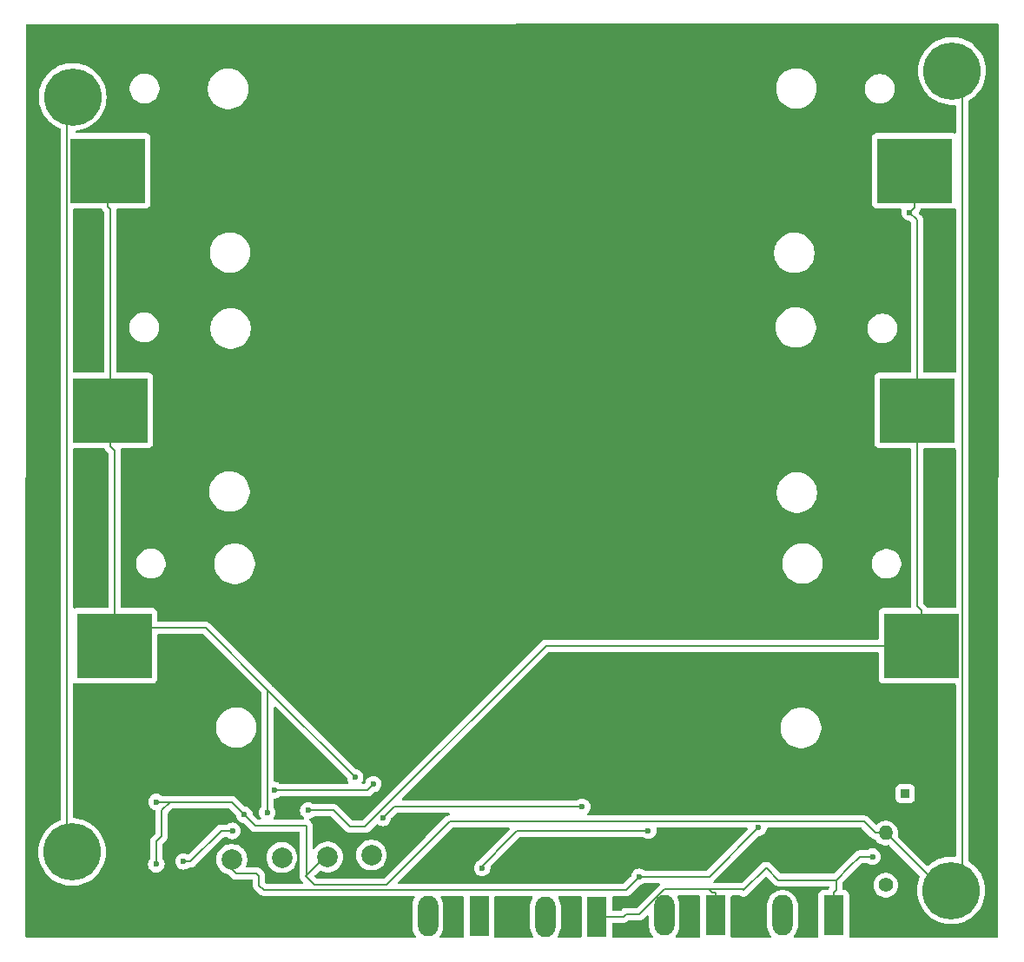
<source format=gbr>
%TF.GenerationSoftware,KiCad,Pcbnew,8.0.2-1*%
%TF.CreationDate,2024-08-29T11:45:14-05:00*%
%TF.ProjectId,BattBoard,42617474-426f-4617-9264-2e6b69636164,rev?*%
%TF.SameCoordinates,Original*%
%TF.FileFunction,Copper,L2,Bot*%
%TF.FilePolarity,Positive*%
%FSLAX46Y46*%
G04 Gerber Fmt 4.6, Leading zero omitted, Abs format (unit mm)*
G04 Created by KiCad (PCBNEW 8.0.2-1) date 2024-08-29 11:45:14*
%MOMM*%
%LPD*%
G01*
G04 APERTURE LIST*
%TA.AperFunction,ComponentPad*%
%ADD10C,2.000000*%
%TD*%
%TA.AperFunction,ComponentPad*%
%ADD11C,5.600000*%
%TD*%
%TA.AperFunction,ComponentPad*%
%ADD12R,0.850000X0.850000*%
%TD*%
%TA.AperFunction,ComponentPad*%
%ADD13C,1.400000*%
%TD*%
%TA.AperFunction,ComponentPad*%
%ADD14O,1.400000X1.400000*%
%TD*%
%TA.AperFunction,ComponentPad*%
%ADD15R,1.980000X3.960000*%
%TD*%
%TA.AperFunction,ComponentPad*%
%ADD16O,1.980000X3.960000*%
%TD*%
%TA.AperFunction,SMDPad,CuDef*%
%ADD17R,7.340000X6.350000*%
%TD*%
%TA.AperFunction,ViaPad*%
%ADD18C,0.600000*%
%TD*%
%TA.AperFunction,Conductor*%
%ADD19C,0.200000*%
%TD*%
G04 APERTURE END LIST*
D10*
%TO.P,TP3,1,1*%
%TO.N,PACK-*%
X122700000Y-127425000D03*
%TD*%
D11*
%TO.P,H1,1,1*%
%TO.N,PACK-*%
X97825000Y-53325000D03*
%TD*%
D12*
%TO.P,J1,1,Pin_1*%
%TO.N,BAT_THERM*%
X178999600Y-121250000D03*
%TD*%
D10*
%TO.P,TP1,1,1*%
%TO.N,B-*%
X113350000Y-127675000D03*
%TD*%
D11*
%TO.P,H4,1,1*%
%TO.N,PACK-*%
X183475000Y-130700000D03*
%TD*%
%TO.P,H3,1,1*%
%TO.N,PACK-*%
X97775000Y-126950000D03*
%TD*%
D13*
%TO.P,TH1,1*%
%TO.N,BAT_THERM*%
X177099600Y-130190000D03*
D14*
%TO.P,TH1,2*%
%TO.N,PACK-*%
X177099600Y-125110000D03*
%TD*%
D10*
%TO.P,TP4,1,1*%
%TO.N,PACK+*%
X126950000Y-127250000D03*
%TD*%
D11*
%TO.P,H2,1,1*%
%TO.N,PACK-*%
X183550000Y-50800000D03*
%TD*%
D15*
%TO.P,J6,1,Pin_1*%
%TO.N,PACK+*%
X137450000Y-133225000D03*
D16*
%TO.P,J6,2,Pin_2*%
%TO.N,PACK-*%
X132450000Y-133225000D03*
%TD*%
D15*
%TO.P,J3,1,Pin_1*%
%TO.N,PACK+*%
X172025000Y-133150000D03*
D16*
%TO.P,J3,2,Pin_2*%
%TO.N,PACK-*%
X167025000Y-133150000D03*
%TD*%
D17*
%TO.P,KEYSTONE-5,1,NEG*%
%TO.N,BM*%
X180159600Y-83900000D03*
%TO.P,KEYSTONE-5,2,POS*%
%TO.N,PACK+*%
X101499600Y-83900000D03*
%TD*%
%TO.P,KEYSTONE-6,1,NEG*%
%TO.N,BM*%
X180559600Y-106850000D03*
%TO.P,KEYSTONE-6,2,POS*%
%TO.N,PACK+*%
X101899600Y-106850000D03*
%TD*%
%TO.P,KEYSTONE-4,1,NEG*%
%TO.N,BM*%
X179909600Y-60525000D03*
%TO.P,KEYSTONE-4,2,POS*%
%TO.N,PACK+*%
X101249600Y-60525000D03*
%TD*%
D15*
%TO.P,J4,1,Pin_1*%
%TO.N,PACK+*%
X160500000Y-133150000D03*
D16*
%TO.P,J4,2,Pin_2*%
%TO.N,PACK-*%
X155500000Y-133150000D03*
%TD*%
D15*
%TO.P,J5,1,Pin_1*%
%TO.N,PACK+*%
X148925000Y-133250000D03*
D16*
%TO.P,J5,2,Pin_2*%
%TO.N,PACK-*%
X143925000Y-133250000D03*
%TD*%
D10*
%TO.P,TP2,1,1*%
%TO.N,BM*%
X118225000Y-127500000D03*
%TD*%
D18*
%TO.N,PACK+*%
X175800000Y-127400000D03*
X113400000Y-124900000D03*
X116800000Y-123100000D03*
%TO.N,BM*%
X120800000Y-122900000D03*
%TO.N,PACK-*%
X114579000Y-123329000D03*
X105988000Y-128152000D03*
X106012000Y-122073000D03*
%TO.N,B-*%
X164682000Y-124583000D03*
X153064000Y-129374000D03*
%TO.N,Net-(R5460N233AF1-V-)*%
X117538000Y-120921000D03*
X127146000Y-120338000D03*
%TO.N,Net-(R5460N233AF1-VC)*%
X147504000Y-122537000D03*
X128062000Y-123629000D03*
%TO.N,PACK+*%
X153946000Y-124887000D03*
X137752000Y-128530000D03*
X108638000Y-127881000D03*
X125374000Y-119665000D03*
%TO.N,BM*%
X179410000Y-64577600D03*
%TD*%
D19*
%TO.N,PACK+*%
X174548000Y-127400000D02*
X175800000Y-127400000D01*
X113400000Y-124900000D02*
X112300000Y-124900000D01*
X109319000Y-127881000D02*
X108638000Y-127881000D01*
X112300000Y-124900000D02*
X109319000Y-127881000D01*
X116800000Y-123100000D02*
X116862000Y-111153000D01*
%TO.N,BM*%
X123300000Y-122900000D02*
X120800000Y-122900000D01*
X124900000Y-124500000D02*
X123300000Y-122900000D01*
X180559600Y-106850000D02*
X143990000Y-106850000D01*
X143990000Y-106850000D02*
X126340000Y-124500000D01*
X126340000Y-124500000D02*
X124900000Y-124500000D01*
%TO.N,PACK-*%
X120526000Y-129276000D02*
X120600000Y-129202000D01*
X120600000Y-124400000D02*
X115650000Y-124400000D01*
X120600000Y-129202000D02*
X120600000Y-124400000D01*
X115650000Y-124400000D02*
X114579000Y-123329000D01*
%TO.N,B-*%
X113750000Y-129050000D02*
X115750000Y-129050000D01*
X116012000Y-130212000D02*
X116447000Y-130647000D01*
X113350000Y-127675000D02*
X113350000Y-128650000D01*
X113350000Y-128650000D02*
X113750000Y-129050000D01*
X115750000Y-129050000D02*
X116012000Y-129312000D01*
X116012000Y-129312000D02*
X116012000Y-130212000D01*
%TO.N,PACK-*%
X131469000Y-127106000D02*
X129975000Y-128600000D01*
X126021000Y-130183000D02*
X121433000Y-130183000D01*
X107318000Y-122073000D02*
X113323000Y-122073000D01*
X97277900Y-53872100D02*
X97277900Y-126453000D01*
X174970000Y-123982000D02*
X155077000Y-123982000D01*
X128392000Y-130183000D02*
X126021000Y-130183000D01*
X121433000Y-130183000D02*
X120526000Y-129276000D01*
X183550000Y-50800000D02*
X184531000Y-51781300D01*
X132590000Y-125985000D02*
X131469000Y-127106000D01*
X129975000Y-128600000D02*
X128392000Y-130183000D01*
X97825000Y-53325000D02*
X97277900Y-53872100D01*
X131469000Y-127106000D02*
X129975000Y-128600000D01*
X177099600Y-125110000D02*
X176098000Y-125110000D01*
X113323000Y-122073000D02*
X114579000Y-123329000D01*
X184531000Y-129116000D02*
X183475000Y-130172000D01*
X177100000Y-125110000D02*
X177099600Y-125110000D01*
X105988000Y-125908000D02*
X105988000Y-128152000D01*
X176098000Y-125110000D02*
X174970000Y-123982000D01*
X184531000Y-51781300D02*
X184531000Y-129116000D01*
X183475000Y-130172000D02*
X183475000Y-130700000D01*
X106012000Y-122073000D02*
X107318000Y-122073000D01*
X183475000Y-130172000D02*
X182162000Y-130172000D01*
X97277900Y-126453000D02*
X97775000Y-126950000D01*
X120526000Y-129276000D02*
X122376000Y-127425000D01*
X107318000Y-122073000D02*
X106525000Y-122866000D01*
X155077000Y-123982000D02*
X134593000Y-123982000D01*
X106525000Y-122866000D02*
X106525000Y-125370000D01*
X122376000Y-127425000D02*
X122700000Y-127425000D01*
X106525000Y-125370000D02*
X105988000Y-125908000D01*
X182162000Y-130172000D02*
X177100000Y-125110000D01*
X134593000Y-123982000D02*
X132590000Y-125985000D01*
%TO.N,B-*%
X159891000Y-129374000D02*
X164682000Y-124583000D01*
X153064000Y-129374000D02*
X151792000Y-130647000D01*
X151792000Y-130647000D02*
X116447000Y-130647000D01*
X153064000Y-129374000D02*
X159891000Y-129374000D01*
%TO.N,Net-(R5460N233AF1-V-)*%
X117538000Y-120921000D02*
X126564000Y-120921000D01*
X126564000Y-120921000D02*
X127146000Y-120338000D01*
%TO.N,Net-(R5460N233AF1-VC)*%
X129154000Y-122537000D02*
X147504000Y-122537000D01*
X128062000Y-123629000D02*
X129154000Y-122537000D01*
%TO.N,PACK+*%
X137636000Y-128414000D02*
X138120000Y-127930000D01*
X101900000Y-105112000D02*
X101900000Y-87776700D01*
X101900000Y-106850000D02*
X101900000Y-105112000D01*
X101499600Y-83900000D02*
X101500000Y-83900000D01*
X153946000Y-124887000D02*
X150325000Y-124887000D01*
X172265000Y-129683000D02*
X166650000Y-129683000D01*
X166650000Y-129683000D02*
X165508000Y-128542000D01*
X163250000Y-130695000D02*
X163160000Y-130605000D01*
X137752000Y-128530000D02*
X137636000Y-128414000D01*
X174548000Y-127400000D02*
X173538000Y-128410000D01*
X173538000Y-128410000D02*
X172265000Y-129683000D01*
X138120000Y-127930000D02*
X138559000Y-127490000D01*
X172265000Y-130628300D02*
X172265000Y-129683000D01*
X148925000Y-133250000D02*
X151550000Y-133250000D01*
X138120000Y-127930000D02*
X137636000Y-128414000D01*
X160500000Y-133150000D02*
X160500000Y-130868300D01*
X159875000Y-130605000D02*
X160138300Y-130868300D01*
X138559000Y-127490000D02*
X138120000Y-127930000D01*
X153067000Y-133025000D02*
X151775000Y-133025000D01*
X165403000Y-128542000D02*
X163250000Y-130695000D01*
X139618000Y-126431000D02*
X138559000Y-127490000D01*
X155487000Y-130605000D02*
X153067000Y-133025000D01*
X110821000Y-105112000D02*
X116862000Y-111153000D01*
X150325000Y-124887000D02*
X141162000Y-124887000D01*
X151550000Y-133250000D02*
X151775000Y-133025000D01*
X172025000Y-133150000D02*
X172025000Y-130868300D01*
X101500000Y-83900000D02*
X101500000Y-64251700D01*
X172025000Y-130868300D02*
X172265000Y-130628300D01*
X101500000Y-64251700D02*
X101250000Y-64001700D01*
X101899600Y-106850000D02*
X101900000Y-106850000D01*
X101250000Y-64001700D02*
X101250000Y-60525000D01*
X141162000Y-124887000D02*
X139618000Y-126431000D01*
X160138300Y-130868300D02*
X160500000Y-130868300D01*
X101900000Y-105112000D02*
X110821000Y-105112000D01*
X116862000Y-111153000D02*
X125374000Y-119665000D01*
X116862000Y-123060000D02*
X116800000Y-123100000D01*
X101249600Y-60525000D02*
X101250000Y-60525000D01*
X101900000Y-87776700D02*
X101500000Y-87376700D01*
X101500000Y-87376700D02*
X101500000Y-83900000D01*
X159875000Y-130605000D02*
X155487000Y-130605000D01*
X163160000Y-130605000D02*
X159875000Y-130605000D01*
X165508000Y-128542000D02*
X165403000Y-128542000D01*
%TO.N,BM*%
X179410000Y-64577600D02*
X180160000Y-65327400D01*
X179410000Y-64577600D02*
X179910000Y-64077800D01*
X179910000Y-62301400D02*
X179909600Y-62301000D01*
X180160000Y-87375000D02*
X180160000Y-102973000D01*
X179910000Y-62301400D02*
X179910000Y-60525000D01*
X180160000Y-87375000D02*
X180159600Y-87374600D01*
X180159600Y-87374600D02*
X180159600Y-83900000D01*
X180160000Y-65327400D02*
X180160000Y-87375000D01*
X180560000Y-103373000D02*
X180560000Y-106850000D01*
X180160000Y-102973000D02*
X180560000Y-103373000D01*
X179909600Y-62301000D02*
X179909600Y-60525000D01*
X179910000Y-64077800D02*
X179910000Y-62301400D01*
X180560000Y-106850000D02*
X180559600Y-106850000D01*
%TD*%
%TA.AperFunction,NonConductor*%
G36*
X183894181Y-64194213D02*
G01*
X183927666Y-64255537D01*
X183930500Y-64281895D01*
X183930500Y-80100500D01*
X183910815Y-80167539D01*
X183858011Y-80213294D01*
X183806500Y-80224500D01*
X180884500Y-80224500D01*
X180817461Y-80204815D01*
X180771706Y-80152011D01*
X180760500Y-80100500D01*
X180760500Y-65414593D01*
X180760511Y-65414410D01*
X180760510Y-65406380D01*
X180760511Y-65406377D01*
X180760500Y-65323555D01*
X180760500Y-65248343D01*
X180760500Y-65248341D01*
X180760489Y-65248259D01*
X180739530Y-65170084D01*
X180739530Y-65170083D01*
X180719577Y-65095616D01*
X180719573Y-65095610D01*
X180719569Y-65095593D01*
X180719552Y-65095551D01*
X180681176Y-65029103D01*
X180681179Y-65029101D01*
X180681168Y-65029089D01*
X180640520Y-64958684D01*
X180640519Y-64958683D01*
X180640518Y-64958681D01*
X180640473Y-64958623D01*
X180587782Y-64905945D01*
X180587782Y-64905944D01*
X180587773Y-64905937D01*
X180528716Y-64846880D01*
X180528715Y-64846879D01*
X180523074Y-64841238D01*
X180522931Y-64841112D01*
X180347098Y-64665326D01*
X180313605Y-64604007D01*
X180318580Y-64534315D01*
X180347104Y-64489935D01*
X180390445Y-64446612D01*
X180390448Y-64446605D01*
X180390468Y-64446586D01*
X180390508Y-64446535D01*
X180390517Y-64446518D01*
X180390520Y-64446516D01*
X180431383Y-64375737D01*
X180469530Y-64309697D01*
X180469532Y-64309688D01*
X180469543Y-64309670D01*
X180469568Y-64309610D01*
X180469573Y-64309590D01*
X180469577Y-64309584D01*
X180474182Y-64292398D01*
X180510551Y-64232740D01*
X180573400Y-64202215D01*
X180593955Y-64200499D01*
X183627471Y-64200499D01*
X183627472Y-64200499D01*
X183687083Y-64194091D01*
X183763169Y-64165712D01*
X183832858Y-64160729D01*
X183894181Y-64194213D01*
G37*
%TD.AperFunction*%
%TA.AperFunction,NonConductor*%
G36*
X100666826Y-64220184D02*
G01*
X100686963Y-64241302D01*
X100687098Y-64241364D01*
X100687589Y-64241959D01*
X100707173Y-64262497D01*
X100713282Y-64273077D01*
X100742970Y-64324499D01*
X100769479Y-64370414D01*
X100769481Y-64370417D01*
X100863181Y-64464117D01*
X100896666Y-64525440D01*
X100899500Y-64551798D01*
X100899500Y-80100500D01*
X100879815Y-80167539D01*
X100827011Y-80213294D01*
X100775500Y-80224500D01*
X98002400Y-80224500D01*
X97935361Y-80204815D01*
X97889606Y-80152011D01*
X97878400Y-80100500D01*
X97878400Y-64324499D01*
X97898085Y-64257460D01*
X97950889Y-64211705D01*
X98002400Y-64200499D01*
X100599787Y-64200499D01*
X100666826Y-64220184D01*
G37*
%TD.AperFunction*%
%TA.AperFunction,NonConductor*%
G36*
X183873539Y-87595184D02*
G01*
X183919294Y-87647988D01*
X183930500Y-87699499D01*
X183930500Y-103050500D01*
X183910815Y-103117539D01*
X183858011Y-103163294D01*
X183806500Y-103174500D01*
X181210385Y-103174500D01*
X181143346Y-103154815D01*
X181102997Y-103112499D01*
X181068101Y-103052057D01*
X181040520Y-103004284D01*
X180928716Y-102892480D01*
X180928715Y-102892479D01*
X180924385Y-102888149D01*
X180924374Y-102888139D01*
X180796819Y-102760584D01*
X180763334Y-102699261D01*
X180760500Y-102672903D01*
X180760500Y-87699499D01*
X180780185Y-87632460D01*
X180832989Y-87586705D01*
X180884500Y-87575499D01*
X183806500Y-87575499D01*
X183873539Y-87595184D01*
G37*
%TD.AperFunction*%
%TA.AperFunction,NonConductor*%
G36*
X100916827Y-87595184D02*
G01*
X100957172Y-87637495D01*
X100969360Y-87658604D01*
X101019479Y-87745414D01*
X101019481Y-87745417D01*
X101138349Y-87864285D01*
X101138355Y-87864290D01*
X101263181Y-87989116D01*
X101296666Y-88050439D01*
X101299500Y-88076797D01*
X101299500Y-103050500D01*
X101279815Y-103117539D01*
X101227011Y-103163294D01*
X101175500Y-103174500D01*
X98181729Y-103174500D01*
X98181723Y-103174501D01*
X98122116Y-103180908D01*
X98045733Y-103209398D01*
X97976041Y-103214382D01*
X97914718Y-103180897D01*
X97881234Y-103119573D01*
X97878400Y-103093216D01*
X97878400Y-87699499D01*
X97898085Y-87632460D01*
X97950889Y-87586705D01*
X98002400Y-87575499D01*
X100849788Y-87575499D01*
X100916827Y-87595184D01*
G37*
%TD.AperFunction*%
%TA.AperFunction,NonConductor*%
G36*
X117659166Y-112799785D02*
G01*
X117665159Y-112805394D01*
X124543298Y-119683533D01*
X124576783Y-119744856D01*
X124578837Y-119757330D01*
X124588630Y-119844249D01*
X124648211Y-120014523D01*
X124721102Y-120130527D01*
X124740103Y-120197764D01*
X124719736Y-120264599D01*
X124666468Y-120309814D01*
X124616109Y-120320500D01*
X118120412Y-120320500D01*
X118053373Y-120300815D01*
X118043097Y-120293445D01*
X118040263Y-120291185D01*
X118040262Y-120291184D01*
X117911670Y-120210384D01*
X117887523Y-120195211D01*
X117717254Y-120135631D01*
X117717249Y-120135630D01*
X117531081Y-120114655D01*
X117531302Y-120112692D01*
X117473602Y-120095750D01*
X117427847Y-120042946D01*
X117416643Y-119990792D01*
X117416655Y-119988476D01*
X117453480Y-112892429D01*
X117473512Y-112825495D01*
X117526553Y-112780015D01*
X117595762Y-112770430D01*
X117659166Y-112799785D01*
G37*
%TD.AperFunction*%
%TA.AperFunction,NonConductor*%
G36*
X176332140Y-107470185D02*
G01*
X176377895Y-107522989D01*
X176389101Y-107574500D01*
X176389101Y-110072876D01*
X176395508Y-110132483D01*
X176445802Y-110267328D01*
X176445806Y-110267335D01*
X176532052Y-110382544D01*
X176532055Y-110382547D01*
X176647264Y-110468793D01*
X176647271Y-110468797D01*
X176782117Y-110519091D01*
X176782116Y-110519091D01*
X176789044Y-110519835D01*
X176841727Y-110525500D01*
X183806500Y-110525499D01*
X183873539Y-110545184D01*
X183919294Y-110597988D01*
X183930500Y-110649499D01*
X183930500Y-127291359D01*
X183910815Y-127358398D01*
X183858011Y-127404153D01*
X183793094Y-127414632D01*
X183653951Y-127399500D01*
X183653948Y-127399500D01*
X183296052Y-127399500D01*
X183296050Y-127399500D01*
X182940255Y-127438194D01*
X182590726Y-127515131D01*
X182400419Y-127579254D01*
X182251565Y-127629409D01*
X182251563Y-127629410D01*
X182251552Y-127629414D01*
X181926755Y-127779680D01*
X181926751Y-127779682D01*
X181843907Y-127829528D01*
X181620081Y-127964200D01*
X181536498Y-128027738D01*
X181335172Y-128180781D01*
X181335165Y-128180786D01*
X181335163Y-128180789D01*
X181260940Y-128251096D01*
X181198735Y-128282907D01*
X181129204Y-128276037D01*
X181087987Y-128248752D01*
X178311003Y-125471768D01*
X178277518Y-125410445D01*
X178279418Y-125350152D01*
X178284715Y-125331536D01*
X178305243Y-125110000D01*
X178301813Y-125072989D01*
X178284715Y-124888464D01*
X178284714Y-124888462D01*
X178282455Y-124880524D01*
X178223829Y-124674472D01*
X178212421Y-124651561D01*
X178124661Y-124475316D01*
X178124656Y-124475308D01*
X177990579Y-124297761D01*
X177826162Y-124147876D01*
X177826160Y-124147874D01*
X177637004Y-124030754D01*
X177636998Y-124030752D01*
X177634231Y-124029680D01*
X177429540Y-123950382D01*
X177210843Y-123909500D01*
X176988357Y-123909500D01*
X176769660Y-123950382D01*
X176638464Y-124001207D01*
X176562201Y-124030752D01*
X176562195Y-124030754D01*
X176373039Y-124147874D01*
X176373037Y-124147876D01*
X176257605Y-124253107D01*
X176194801Y-124283724D01*
X176125414Y-124275527D01*
X176086386Y-124249151D01*
X175457590Y-123620355D01*
X175457588Y-123620352D01*
X175338717Y-123501481D01*
X175338709Y-123501475D01*
X175230988Y-123439283D01*
X175230987Y-123439282D01*
X175230987Y-123439283D01*
X175201785Y-123422423D01*
X175197706Y-123421330D01*
X175049057Y-123381499D01*
X174890943Y-123381499D01*
X174883347Y-123381499D01*
X174883331Y-123381500D01*
X148090940Y-123381500D01*
X148023901Y-123361815D01*
X147978146Y-123309011D01*
X147968202Y-123239853D01*
X147997227Y-123176297D01*
X148003259Y-123169819D01*
X148058343Y-123114735D01*
X148133816Y-123039262D01*
X148229789Y-122886522D01*
X148289368Y-122716255D01*
X148290093Y-122709819D01*
X148309565Y-122537003D01*
X148309565Y-122536996D01*
X148289369Y-122357750D01*
X148289368Y-122357745D01*
X148229788Y-122187476D01*
X148184016Y-122114631D01*
X148133816Y-122034738D01*
X148006262Y-121907184D01*
X147915121Y-121849916D01*
X147853523Y-121811211D01*
X147683254Y-121751631D01*
X147683249Y-121751630D01*
X147504004Y-121731435D01*
X147503996Y-121731435D01*
X147324750Y-121751630D01*
X147324745Y-121751631D01*
X147154476Y-121811211D01*
X147001736Y-121907185D01*
X146998903Y-121909445D01*
X146996724Y-121910334D01*
X146995842Y-121910889D01*
X146995744Y-121910734D01*
X146934217Y-121935855D01*
X146921588Y-121936500D01*
X130052097Y-121936500D01*
X129985058Y-121916815D01*
X129939303Y-121864011D01*
X129929359Y-121794853D01*
X129958384Y-121731297D01*
X129964416Y-121724819D01*
X130912100Y-120777135D01*
X178074100Y-120777135D01*
X178074100Y-121722870D01*
X178074101Y-121722876D01*
X178080508Y-121782483D01*
X178130802Y-121917328D01*
X178130806Y-121917335D01*
X178217052Y-122032544D01*
X178217055Y-122032547D01*
X178332264Y-122118793D01*
X178332271Y-122118797D01*
X178467117Y-122169091D01*
X178467116Y-122169091D01*
X178474044Y-122169835D01*
X178526727Y-122175500D01*
X179472472Y-122175499D01*
X179532083Y-122169091D01*
X179666931Y-122118796D01*
X179782146Y-122032546D01*
X179868396Y-121917331D01*
X179918691Y-121782483D01*
X179925100Y-121722873D01*
X179925099Y-120777128D01*
X179918691Y-120717517D01*
X179868396Y-120582669D01*
X179868395Y-120582668D01*
X179868393Y-120582664D01*
X179782147Y-120467455D01*
X179782144Y-120467452D01*
X179666935Y-120381206D01*
X179666928Y-120381202D01*
X179532082Y-120330908D01*
X179532083Y-120330908D01*
X179472483Y-120324501D01*
X179472481Y-120324500D01*
X179472473Y-120324500D01*
X179472464Y-120324500D01*
X178526729Y-120324500D01*
X178526723Y-120324501D01*
X178467116Y-120330908D01*
X178332271Y-120381202D01*
X178332264Y-120381206D01*
X178217055Y-120467452D01*
X178217052Y-120467455D01*
X178130806Y-120582664D01*
X178130802Y-120582671D01*
X178080508Y-120717517D01*
X178074101Y-120777116D01*
X178074101Y-120777123D01*
X178074100Y-120777135D01*
X130912100Y-120777135D01*
X136968710Y-114720525D01*
X166854100Y-114720525D01*
X166854100Y-114979474D01*
X166854101Y-114979491D01*
X166887899Y-115236217D01*
X166887900Y-115236222D01*
X166887901Y-115236228D01*
X166887902Y-115236230D01*
X166954924Y-115486364D01*
X167054023Y-115725609D01*
X167054027Y-115725619D01*
X167183506Y-115949883D01*
X167341151Y-116155331D01*
X167341157Y-116155338D01*
X167524261Y-116338442D01*
X167524268Y-116338448D01*
X167729716Y-116496093D01*
X167953980Y-116625572D01*
X167953981Y-116625572D01*
X167953984Y-116625574D01*
X168193234Y-116724675D01*
X168443372Y-116791699D01*
X168700119Y-116825500D01*
X168700126Y-116825500D01*
X168959074Y-116825500D01*
X168959081Y-116825500D01*
X169215828Y-116791699D01*
X169465966Y-116724675D01*
X169705216Y-116625574D01*
X169929484Y-116496093D01*
X170134933Y-116338447D01*
X170318047Y-116155333D01*
X170475693Y-115949884D01*
X170605174Y-115725616D01*
X170704275Y-115486366D01*
X170771299Y-115236228D01*
X170805100Y-114979481D01*
X170805100Y-114720519D01*
X170771299Y-114463772D01*
X170704275Y-114213634D01*
X170605174Y-113974384D01*
X170590740Y-113949384D01*
X170475693Y-113750116D01*
X170318048Y-113544668D01*
X170318042Y-113544661D01*
X170134938Y-113361557D01*
X170134931Y-113361551D01*
X169929483Y-113203906D01*
X169705219Y-113074427D01*
X169705209Y-113074423D01*
X169465964Y-112975324D01*
X169340897Y-112941813D01*
X169215828Y-112908301D01*
X169215822Y-112908300D01*
X169215817Y-112908299D01*
X168959091Y-112874501D01*
X168959086Y-112874500D01*
X168959081Y-112874500D01*
X168700119Y-112874500D01*
X168700113Y-112874500D01*
X168700108Y-112874501D01*
X168443382Y-112908299D01*
X168443375Y-112908300D01*
X168443372Y-112908301D01*
X168390508Y-112922465D01*
X168193235Y-112975324D01*
X167953990Y-113074423D01*
X167953980Y-113074427D01*
X167729716Y-113203906D01*
X167524268Y-113361551D01*
X167524261Y-113361557D01*
X167341157Y-113544661D01*
X167341151Y-113544668D01*
X167183506Y-113750116D01*
X167054027Y-113974380D01*
X167054023Y-113974390D01*
X166954924Y-114213635D01*
X166887902Y-114463769D01*
X166887899Y-114463782D01*
X166854101Y-114720508D01*
X166854100Y-114720525D01*
X136968710Y-114720525D01*
X144202416Y-107486819D01*
X144263739Y-107453334D01*
X144290097Y-107450500D01*
X176265101Y-107450500D01*
X176332140Y-107470185D01*
G37*
%TD.AperFunction*%
%TA.AperFunction,NonConductor*%
G36*
X134549726Y-123157185D02*
G01*
X134595481Y-123209989D01*
X134605425Y-123279147D01*
X134576400Y-123342703D01*
X134517622Y-123380477D01*
X134514781Y-123381275D01*
X134513945Y-123381499D01*
X134513943Y-123381499D01*
X134437246Y-123402050D01*
X134361214Y-123422423D01*
X134361209Y-123422426D01*
X134224290Y-123501475D01*
X134224282Y-123501481D01*
X132221284Y-125504481D01*
X128179584Y-129546181D01*
X128118261Y-129579666D01*
X128091903Y-129582500D01*
X121733098Y-129582500D01*
X121666059Y-129562815D01*
X121645417Y-129546181D01*
X121568446Y-129469210D01*
X121462776Y-129363541D01*
X121429292Y-129302219D01*
X121434276Y-129232528D01*
X121462750Y-129188207D01*
X121868689Y-128782048D01*
X121930001Y-128748549D01*
X121999694Y-128753515D01*
X122015409Y-128760653D01*
X122048787Y-128778716D01*
X122095190Y-128803828D01*
X122330386Y-128884571D01*
X122575665Y-128925500D01*
X122824335Y-128925500D01*
X123069614Y-128884571D01*
X123304810Y-128803828D01*
X123523509Y-128685474D01*
X123719744Y-128532738D01*
X123888164Y-128349785D01*
X124024173Y-128141607D01*
X124124063Y-127913881D01*
X124185108Y-127672821D01*
X124187437Y-127644715D01*
X124205643Y-127425005D01*
X124205643Y-127424994D01*
X124191142Y-127249994D01*
X125444357Y-127249994D01*
X125444357Y-127250005D01*
X125464890Y-127497812D01*
X125464892Y-127497824D01*
X125525936Y-127738881D01*
X125625826Y-127966606D01*
X125761833Y-128174782D01*
X125761836Y-128174785D01*
X125930256Y-128357738D01*
X126126491Y-128510474D01*
X126345190Y-128628828D01*
X126497989Y-128681284D01*
X126579465Y-128709255D01*
X126580386Y-128709571D01*
X126825665Y-128750500D01*
X127074335Y-128750500D01*
X127319614Y-128709571D01*
X127554810Y-128628828D01*
X127773509Y-128510474D01*
X127969744Y-128357738D01*
X128138164Y-128174785D01*
X128274173Y-127966607D01*
X128374063Y-127738881D01*
X128435108Y-127497821D01*
X128441143Y-127424994D01*
X128455643Y-127250005D01*
X128455643Y-127249994D01*
X128435109Y-127002187D01*
X128435107Y-127002175D01*
X128374063Y-126761118D01*
X128274173Y-126533393D01*
X128138166Y-126325217D01*
X128086982Y-126269617D01*
X127969744Y-126142262D01*
X127773509Y-125989526D01*
X127773507Y-125989525D01*
X127773506Y-125989524D01*
X127554811Y-125871172D01*
X127554802Y-125871169D01*
X127319616Y-125790429D01*
X127074335Y-125749500D01*
X126825665Y-125749500D01*
X126580383Y-125790429D01*
X126345197Y-125871169D01*
X126345188Y-125871172D01*
X126126493Y-125989524D01*
X125930257Y-126142261D01*
X125761833Y-126325217D01*
X125625826Y-126533393D01*
X125525936Y-126761118D01*
X125464892Y-127002175D01*
X125464890Y-127002187D01*
X125444357Y-127249994D01*
X124191142Y-127249994D01*
X124185109Y-127177187D01*
X124185107Y-127177175D01*
X124124063Y-126936118D01*
X124024173Y-126708393D01*
X123888166Y-126500217D01*
X123866557Y-126476744D01*
X123719744Y-126317262D01*
X123523509Y-126164526D01*
X123523507Y-126164525D01*
X123523506Y-126164524D01*
X123304811Y-126046172D01*
X123304802Y-126046169D01*
X123069616Y-125965429D01*
X122824335Y-125924500D01*
X122575665Y-125924500D01*
X122330383Y-125965429D01*
X122095197Y-126046169D01*
X122095188Y-126046172D01*
X121876493Y-126164524D01*
X121680257Y-126317261D01*
X121511836Y-126500215D01*
X121428309Y-126628063D01*
X121375162Y-126673419D01*
X121305931Y-126682843D01*
X121242595Y-126653341D01*
X121205264Y-126594281D01*
X121200500Y-126560241D01*
X121200500Y-124320945D01*
X121200500Y-124320943D01*
X121159577Y-124168216D01*
X121136947Y-124129019D01*
X121080524Y-124031290D01*
X121080518Y-124031282D01*
X120968717Y-123919481D01*
X120968716Y-123919480D01*
X120965083Y-123917382D01*
X120954306Y-123911160D01*
X120906092Y-123860591D01*
X120892871Y-123791984D01*
X120918840Y-123727120D01*
X120975355Y-123686732D01*
X120979252Y-123685368D01*
X120979255Y-123685368D01*
X121149522Y-123625789D01*
X121302262Y-123529816D01*
X121302267Y-123529810D01*
X121305097Y-123527555D01*
X121307275Y-123526665D01*
X121308158Y-123526111D01*
X121308255Y-123526265D01*
X121369783Y-123501145D01*
X121382412Y-123500500D01*
X122999903Y-123500500D01*
X123066942Y-123520185D01*
X123087583Y-123536818D01*
X124531284Y-124980520D01*
X124531286Y-124980521D01*
X124531290Y-124980524D01*
X124668209Y-125059573D01*
X124668212Y-125059575D01*
X124668216Y-125059577D01*
X124820943Y-125100501D01*
X124820945Y-125100501D01*
X124986654Y-125100501D01*
X124986670Y-125100500D01*
X126253331Y-125100500D01*
X126253347Y-125100501D01*
X126260943Y-125100501D01*
X126419054Y-125100501D01*
X126419057Y-125100501D01*
X126571785Y-125059577D01*
X126644612Y-125017530D01*
X126708716Y-124980520D01*
X126820520Y-124868716D01*
X126820520Y-124868714D01*
X126830724Y-124858511D01*
X126830728Y-124858506D01*
X127410398Y-124278835D01*
X127471719Y-124245352D01*
X127541411Y-124250336D01*
X127564046Y-124261523D01*
X127591601Y-124278837D01*
X127712475Y-124354788D01*
X127882745Y-124414368D01*
X127882750Y-124414369D01*
X128061996Y-124434565D01*
X128062000Y-124434565D01*
X128062004Y-124434565D01*
X128241249Y-124414369D01*
X128241252Y-124414368D01*
X128241255Y-124414368D01*
X128411522Y-124354789D01*
X128564262Y-124258816D01*
X128691816Y-124131262D01*
X128787789Y-123978522D01*
X128847368Y-123808255D01*
X128857161Y-123721329D01*
X128884226Y-123656918D01*
X128892690Y-123647543D01*
X129366416Y-123173819D01*
X129427739Y-123140334D01*
X129454097Y-123137500D01*
X134482687Y-123137500D01*
X134549726Y-123157185D01*
G37*
%TD.AperFunction*%
%TA.AperFunction,NonConductor*%
G36*
X140384941Y-124602185D02*
G01*
X140430696Y-124654989D01*
X140440640Y-124724147D01*
X140411615Y-124787703D01*
X140405583Y-124794181D01*
X139249284Y-125950481D01*
X138195931Y-127003832D01*
X138194802Y-127004825D01*
X138151351Y-127048374D01*
X138134362Y-127065402D01*
X138104135Y-127095630D01*
X138073423Y-127126342D01*
X138072434Y-127127470D01*
X137948001Y-127252187D01*
X137800521Y-127400003D01*
X137694975Y-127505789D01*
X137694875Y-127505889D01*
X137396418Y-127804345D01*
X137374710Y-127821657D01*
X137249741Y-127900181D01*
X137249739Y-127900182D01*
X137122184Y-128027737D01*
X137026211Y-128180476D01*
X136966631Y-128350745D01*
X136966630Y-128350750D01*
X136946435Y-128529996D01*
X136946435Y-128530003D01*
X136966630Y-128709249D01*
X136966631Y-128709254D01*
X137026211Y-128879523D01*
X137117292Y-129024477D01*
X137122184Y-129032262D01*
X137249738Y-129159816D01*
X137309083Y-129197105D01*
X137358051Y-129227874D01*
X137402478Y-129255789D01*
X137572745Y-129315368D01*
X137572750Y-129315369D01*
X137751996Y-129335565D01*
X137752000Y-129335565D01*
X137752004Y-129335565D01*
X137931249Y-129315369D01*
X137931252Y-129315368D01*
X137931255Y-129315368D01*
X138101522Y-129255789D01*
X138254262Y-129159816D01*
X138381816Y-129032262D01*
X138477789Y-128879522D01*
X138537368Y-128709255D01*
X138540048Y-128685475D01*
X138557565Y-128530002D01*
X138557565Y-128529999D01*
X138554356Y-128501522D01*
X138545179Y-128420079D01*
X138557233Y-128351260D01*
X138580716Y-128318517D01*
X138600519Y-128298716D01*
X138600520Y-128298713D01*
X138605676Y-128293558D01*
X138606658Y-128292435D01*
X138983773Y-127914461D01*
X140098519Y-126799716D01*
X140157078Y-126741157D01*
X140157090Y-126741143D01*
X141374417Y-125523819D01*
X141435740Y-125490334D01*
X141462098Y-125487500D01*
X150245943Y-125487500D01*
X153363588Y-125487500D01*
X153430627Y-125507185D01*
X153440903Y-125514555D01*
X153443736Y-125516814D01*
X153443738Y-125516816D01*
X153557270Y-125588152D01*
X153578963Y-125601784D01*
X153596478Y-125612789D01*
X153758763Y-125669575D01*
X153766745Y-125672368D01*
X153766750Y-125672369D01*
X153945996Y-125692565D01*
X153946000Y-125692565D01*
X153946004Y-125692565D01*
X154125249Y-125672369D01*
X154125252Y-125672368D01*
X154125255Y-125672368D01*
X154295522Y-125612789D01*
X154448262Y-125516816D01*
X154575816Y-125389262D01*
X154671789Y-125236522D01*
X154731368Y-125066255D01*
X154731369Y-125066249D01*
X154751565Y-124887003D01*
X154751565Y-124886996D01*
X154732793Y-124720383D01*
X154744848Y-124651561D01*
X154792197Y-124600182D01*
X154856013Y-124582500D01*
X154997943Y-124582500D01*
X163533903Y-124582500D01*
X163600942Y-124602185D01*
X163646697Y-124654989D01*
X163656641Y-124724147D01*
X163627616Y-124787703D01*
X163621584Y-124794181D01*
X159678584Y-128737181D01*
X159617261Y-128770666D01*
X159590903Y-128773500D01*
X153646412Y-128773500D01*
X153579373Y-128753815D01*
X153569097Y-128746445D01*
X153566263Y-128744185D01*
X153566262Y-128744184D01*
X153495449Y-128699689D01*
X153413523Y-128648211D01*
X153243254Y-128588631D01*
X153243249Y-128588630D01*
X153064004Y-128568435D01*
X153063996Y-128568435D01*
X152884750Y-128588630D01*
X152884745Y-128588631D01*
X152714476Y-128648211D01*
X152561737Y-128744184D01*
X152434184Y-128871737D01*
X152338211Y-129024477D01*
X152278630Y-129194750D01*
X152268797Y-129282026D01*
X152241730Y-129346440D01*
X152233293Y-129355789D01*
X151579451Y-130010147D01*
X151518141Y-130043656D01*
X151491735Y-130046500D01*
X129677097Y-130046500D01*
X129610058Y-130026815D01*
X129564303Y-129974011D01*
X129554359Y-129904853D01*
X129583384Y-129841297D01*
X129589416Y-129834819D01*
X133129078Y-126295157D01*
X133129090Y-126295143D01*
X134805417Y-124618819D01*
X134866740Y-124585334D01*
X134893098Y-124582500D01*
X140317902Y-124582500D01*
X140384941Y-124602185D01*
G37*
%TD.AperFunction*%
%TA.AperFunction,NonConductor*%
G36*
X155035941Y-129994185D02*
G01*
X155081696Y-130046989D01*
X155091640Y-130116147D01*
X155062615Y-130179703D01*
X155056583Y-130186181D01*
X155006480Y-130236284D01*
X155006478Y-130236286D01*
X153913265Y-131329500D01*
X152854584Y-132388181D01*
X152793261Y-132421666D01*
X152766903Y-132424500D01*
X151695943Y-132424500D01*
X151543217Y-132465422D01*
X151543212Y-132465424D01*
X151537044Y-132468986D01*
X151537042Y-132468987D01*
X151406287Y-132544477D01*
X151406282Y-132544481D01*
X151337583Y-132613181D01*
X151276260Y-132646666D01*
X151249902Y-132649500D01*
X150539499Y-132649500D01*
X150472460Y-132629815D01*
X150426705Y-132577011D01*
X150415499Y-132525500D01*
X150415499Y-131371500D01*
X150435184Y-131304461D01*
X150487988Y-131258706D01*
X150539499Y-131247500D01*
X151704858Y-131247500D01*
X151705394Y-131247534D01*
X151713175Y-131247530D01*
X151713179Y-131247532D01*
X151793491Y-131247500D01*
X151871057Y-131247500D01*
X151871057Y-131247499D01*
X151871288Y-131247469D01*
X151871293Y-131247469D01*
X151948188Y-131226832D01*
X151948190Y-131226840D01*
X151948232Y-131226820D01*
X152023784Y-131206577D01*
X152023788Y-131206574D01*
X152023790Y-131206574D01*
X152023997Y-131206489D01*
X152023999Y-131206487D01*
X152024005Y-131206486D01*
X152092144Y-131167109D01*
X152092190Y-131167097D01*
X152092184Y-131167086D01*
X152092186Y-131167085D01*
X152160716Y-131127520D01*
X152160722Y-131127513D01*
X152160903Y-131127375D01*
X152160902Y-131127375D01*
X152160905Y-131127374D01*
X152215594Y-131072641D01*
X152272520Y-131015716D01*
X152272521Y-131015713D01*
X152278163Y-131010072D01*
X152278515Y-131009670D01*
X152360457Y-130927664D01*
X153082860Y-130204692D01*
X153144168Y-130171185D01*
X153156692Y-130169121D01*
X153243249Y-130159369D01*
X153243252Y-130159368D01*
X153243255Y-130159368D01*
X153413522Y-130099789D01*
X153566262Y-130003816D01*
X153566267Y-130003810D01*
X153569097Y-130001555D01*
X153571275Y-130000665D01*
X153572158Y-130000111D01*
X153572255Y-130000265D01*
X153633783Y-129975145D01*
X153646412Y-129974500D01*
X154968902Y-129974500D01*
X155035941Y-129994185D01*
G37*
%TD.AperFunction*%
%TA.AperFunction,NonConductor*%
G36*
X135902539Y-131267185D02*
G01*
X135948294Y-131319989D01*
X135959500Y-131371500D01*
X135959500Y-135184241D01*
X135939815Y-135251280D01*
X135887011Y-135297035D01*
X135835403Y-135308241D01*
X133742530Y-135306603D01*
X133675506Y-135286866D01*
X133629792Y-135234026D01*
X133619903Y-135164860D01*
X133642309Y-135109718D01*
X133706624Y-135021195D01*
X133724790Y-134996192D01*
X133831301Y-134787153D01*
X133903799Y-134564026D01*
X133940500Y-134332305D01*
X133940500Y-132117695D01*
X133903799Y-131885974D01*
X133831301Y-131662847D01*
X133724790Y-131453808D01*
X133717944Y-131444385D01*
X133717943Y-131444383D01*
X133694465Y-131378576D01*
X133710292Y-131310522D01*
X133760399Y-131261829D01*
X133818263Y-131247500D01*
X135835500Y-131247500D01*
X135902539Y-131267185D01*
G37*
%TD.AperFunction*%
%TA.AperFunction,NonConductor*%
G36*
X142641940Y-131267185D02*
G01*
X142687695Y-131319989D01*
X142697639Y-131389147D01*
X142675219Y-131444385D01*
X142650212Y-131478804D01*
X142543697Y-131687849D01*
X142471201Y-131910972D01*
X142434500Y-132142695D01*
X142434500Y-134357304D01*
X142471201Y-134589027D01*
X142543697Y-134812150D01*
X142543699Y-134812153D01*
X142637473Y-134996195D01*
X142650212Y-135021195D01*
X142719574Y-135116665D01*
X142743054Y-135182471D01*
X142727228Y-135250525D01*
X142677122Y-135299220D01*
X142619159Y-135313550D01*
X139064402Y-135310768D01*
X138997378Y-135291031D01*
X138951664Y-135238191D01*
X138940499Y-135186772D01*
X138940499Y-131371499D01*
X138960184Y-131304461D01*
X139012988Y-131258706D01*
X139064499Y-131247500D01*
X142574901Y-131247500D01*
X142641940Y-131267185D01*
G37*
%TD.AperFunction*%
%TA.AperFunction,NonConductor*%
G36*
X147377539Y-131267185D02*
G01*
X147423294Y-131319989D01*
X147434500Y-131371500D01*
X147434500Y-135193222D01*
X147414815Y-135260261D01*
X147362011Y-135306016D01*
X147310403Y-135317222D01*
X145229161Y-135315593D01*
X145162137Y-135295856D01*
X145116423Y-135243016D01*
X145106534Y-135173850D01*
X145128938Y-135118711D01*
X145199790Y-135021192D01*
X145306301Y-134812153D01*
X145378799Y-134589026D01*
X145415500Y-134357305D01*
X145415500Y-132142695D01*
X145378799Y-131910974D01*
X145306301Y-131687847D01*
X145199790Y-131478808D01*
X145181627Y-131453808D01*
X145174781Y-131444385D01*
X145151301Y-131378579D01*
X145167127Y-131310525D01*
X145217232Y-131261830D01*
X145275099Y-131247500D01*
X147310500Y-131247500D01*
X147377539Y-131267185D01*
G37*
%TD.AperFunction*%
%TA.AperFunction,NonConductor*%
G36*
X153928834Y-133114914D02*
G01*
X153984767Y-133156786D01*
X154009184Y-133222250D01*
X154009500Y-133231096D01*
X154009500Y-134257304D01*
X154046201Y-134489027D01*
X154118697Y-134712150D01*
X154225212Y-134921195D01*
X154363104Y-135110989D01*
X154366267Y-135114692D01*
X154365489Y-135115356D01*
X154396591Y-135172315D01*
X154391607Y-135242007D01*
X154349735Y-135297940D01*
X154284271Y-135322357D01*
X154275328Y-135322673D01*
X150539403Y-135319749D01*
X150472379Y-135300012D01*
X150426665Y-135247172D01*
X150415500Y-135195749D01*
X150415500Y-133974500D01*
X150435185Y-133907461D01*
X150487989Y-133861706D01*
X150539500Y-133850500D01*
X151463331Y-133850500D01*
X151463347Y-133850501D01*
X151470943Y-133850501D01*
X151629054Y-133850501D01*
X151629057Y-133850501D01*
X151781785Y-133809577D01*
X151849310Y-133770591D01*
X151918716Y-133730520D01*
X151987417Y-133661819D01*
X152048740Y-133628334D01*
X152075098Y-133625500D01*
X152980331Y-133625500D01*
X152980347Y-133625501D01*
X152987943Y-133625501D01*
X153146054Y-133625501D01*
X153146057Y-133625501D01*
X153298785Y-133584577D01*
X153348904Y-133555639D01*
X153435716Y-133505520D01*
X153547520Y-133393716D01*
X153547520Y-133393714D01*
X153557728Y-133383507D01*
X153557729Y-133383504D01*
X153797820Y-133143414D01*
X153859142Y-133109930D01*
X153928834Y-133114914D01*
G37*
%TD.AperFunction*%
%TA.AperFunction,NonConductor*%
G36*
X158952539Y-131225185D02*
G01*
X158998294Y-131277989D01*
X159009500Y-131329500D01*
X159009500Y-135177870D01*
X159009501Y-135177881D01*
X159010700Y-135189032D01*
X158998292Y-135257791D01*
X158950680Y-135308927D01*
X158887313Y-135326283D01*
X156722561Y-135324589D01*
X156655537Y-135304852D01*
X156609823Y-135252012D01*
X156599934Y-135182846D01*
X156629009Y-135119313D01*
X156634971Y-135112914D01*
X156636890Y-135110996D01*
X156774790Y-134921192D01*
X156881301Y-134712153D01*
X156953799Y-134489026D01*
X156990500Y-134257305D01*
X156990500Y-132042695D01*
X156953799Y-131810974D01*
X156881301Y-131587847D01*
X156778349Y-131385794D01*
X156765454Y-131317126D01*
X156791730Y-131252385D01*
X156848837Y-131212128D01*
X156888835Y-131205500D01*
X158885500Y-131205500D01*
X158952539Y-131225185D01*
G37*
%TD.AperFunction*%
%TA.AperFunction,NonConductor*%
G36*
X165499034Y-129397714D02*
G01*
X165543343Y-129426176D01*
X166223997Y-130106233D01*
X166223995Y-130106234D01*
X166224035Y-130106271D01*
X166281284Y-130163520D01*
X166281489Y-130163677D01*
X166281493Y-130163679D01*
X166281495Y-130163681D01*
X166309275Y-130179703D01*
X166348887Y-130202550D01*
X166348934Y-130202577D01*
X166418218Y-130242578D01*
X166418457Y-130242677D01*
X166418461Y-130242678D01*
X166494653Y-130263057D01*
X166494701Y-130263087D01*
X166494706Y-130263072D01*
X166570943Y-130283500D01*
X166570944Y-130283500D01*
X166570948Y-130283501D01*
X166571202Y-130283533D01*
X166571206Y-130283535D01*
X166571209Y-130283534D01*
X166571210Y-130283535D01*
X166635368Y-130283507D01*
X166651409Y-130283500D01*
X171461202Y-130283500D01*
X171528241Y-130303185D01*
X171573996Y-130355989D01*
X171583940Y-130425147D01*
X171554915Y-130488703D01*
X171548883Y-130495181D01*
X171544481Y-130499582D01*
X171544477Y-130499587D01*
X171529263Y-130525941D01*
X171529262Y-130525943D01*
X171482175Y-130607500D01*
X171431608Y-130655716D01*
X171374788Y-130669500D01*
X170987129Y-130669500D01*
X170987123Y-130669501D01*
X170927516Y-130675908D01*
X170792671Y-130726202D01*
X170792664Y-130726206D01*
X170677455Y-130812452D01*
X170677452Y-130812455D01*
X170591206Y-130927664D01*
X170591202Y-130927671D01*
X170540908Y-131062517D01*
X170534501Y-131122116D01*
X170534501Y-131122123D01*
X170534500Y-131122135D01*
X170534500Y-135177870D01*
X170534501Y-135177876D01*
X170536670Y-135198051D01*
X170524263Y-135266810D01*
X170476652Y-135317947D01*
X170413283Y-135335304D01*
X168238548Y-135333602D01*
X168171524Y-135313865D01*
X168125810Y-135261025D01*
X168115921Y-135191859D01*
X168144996Y-135128326D01*
X168150953Y-135121932D01*
X168161890Y-135110996D01*
X168299790Y-134921192D01*
X168406301Y-134712153D01*
X168478799Y-134489026D01*
X168515500Y-134257305D01*
X168515500Y-132042695D01*
X168478799Y-131810974D01*
X168406301Y-131587847D01*
X168299790Y-131378808D01*
X168220190Y-131269247D01*
X168161895Y-131189010D01*
X168161891Y-131189005D01*
X167995994Y-131023108D01*
X167995989Y-131023104D01*
X167806195Y-130885212D01*
X167806194Y-130885211D01*
X167806192Y-130885210D01*
X167687413Y-130824689D01*
X167597150Y-130778697D01*
X167374027Y-130706201D01*
X167258165Y-130687850D01*
X167142305Y-130669500D01*
X166907695Y-130669500D01*
X166830454Y-130681733D01*
X166675972Y-130706201D01*
X166452849Y-130778697D01*
X166243804Y-130885212D01*
X166054010Y-131023104D01*
X166054005Y-131023108D01*
X165888108Y-131189005D01*
X165888104Y-131189010D01*
X165750212Y-131378804D01*
X165643697Y-131587849D01*
X165571201Y-131810972D01*
X165534500Y-132042695D01*
X165534500Y-134257304D01*
X165571201Y-134489027D01*
X165643697Y-134712150D01*
X165750212Y-134921195D01*
X165888104Y-135110989D01*
X165888106Y-135110992D01*
X165897134Y-135120020D01*
X165930619Y-135181343D01*
X165925635Y-135251035D01*
X165883763Y-135306968D01*
X165818299Y-135331385D01*
X165809356Y-135331701D01*
X162112221Y-135328807D01*
X162045197Y-135309070D01*
X161999483Y-135256230D01*
X161989029Y-135191551D01*
X161990500Y-135177873D01*
X161990499Y-131329499D01*
X162010184Y-131262461D01*
X162062988Y-131216706D01*
X162114499Y-131205500D01*
X162899986Y-131205500D01*
X162961985Y-131222112D01*
X163018215Y-131254577D01*
X163170943Y-131295501D01*
X163170946Y-131295501D01*
X163329054Y-131295501D01*
X163329057Y-131295501D01*
X163481785Y-131254577D01*
X163618716Y-131175519D01*
X165368021Y-129426213D01*
X165429342Y-129392730D01*
X165499034Y-129397714D01*
G37*
%TD.AperFunction*%
%TA.AperFunction,NonConductor*%
G36*
X188042084Y-46195766D02*
G01*
X188087894Y-46248522D01*
X188099153Y-46300220D01*
X188049846Y-135225079D01*
X188030124Y-135292107D01*
X187977295Y-135337833D01*
X187925749Y-135349010D01*
X173636251Y-135337826D01*
X173569227Y-135318089D01*
X173523513Y-135265249D01*
X173513059Y-135200570D01*
X173515500Y-135177873D01*
X173515499Y-131122128D01*
X173509091Y-131062517D01*
X173494392Y-131023108D01*
X173458797Y-130927671D01*
X173458793Y-130927664D01*
X173372547Y-130812455D01*
X173372544Y-130812452D01*
X173257335Y-130726206D01*
X173257328Y-130726202D01*
X173122482Y-130675908D01*
X173122483Y-130675908D01*
X173062883Y-130669501D01*
X173062881Y-130669500D01*
X173062873Y-130669500D01*
X173062865Y-130669500D01*
X172989500Y-130669500D01*
X172922461Y-130649815D01*
X172876706Y-130597011D01*
X172865500Y-130545500D01*
X172865500Y-130189999D01*
X175893957Y-130189999D01*
X175893957Y-130190000D01*
X175914484Y-130411535D01*
X175914485Y-130411537D01*
X175975369Y-130625523D01*
X175975375Y-130625538D01*
X176074538Y-130824683D01*
X176074543Y-130824691D01*
X176208620Y-131002238D01*
X176373037Y-131152123D01*
X176373039Y-131152125D01*
X176562195Y-131269245D01*
X176562196Y-131269245D01*
X176562199Y-131269247D01*
X176769660Y-131349618D01*
X176988357Y-131390500D01*
X176988359Y-131390500D01*
X177210841Y-131390500D01*
X177210843Y-131390500D01*
X177429540Y-131349618D01*
X177637001Y-131269247D01*
X177826162Y-131152124D01*
X177975794Y-131015716D01*
X177990579Y-131002238D01*
X178046890Y-130927671D01*
X178124658Y-130824689D01*
X178223829Y-130625528D01*
X178284715Y-130411536D01*
X178305243Y-130190000D01*
X178297484Y-130106271D01*
X178284715Y-129968464D01*
X178284714Y-129968462D01*
X178283966Y-129965834D01*
X178223829Y-129754472D01*
X178223824Y-129754461D01*
X178124661Y-129555316D01*
X178124656Y-129555308D01*
X177990579Y-129377761D01*
X177826162Y-129227876D01*
X177826160Y-129227874D01*
X177637004Y-129110754D01*
X177636998Y-129110752D01*
X177429540Y-129030382D01*
X177210843Y-128989500D01*
X176988357Y-128989500D01*
X176769660Y-129030382D01*
X176638464Y-129081207D01*
X176562201Y-129110752D01*
X176562195Y-129110754D01*
X176373039Y-129227874D01*
X176373037Y-129227876D01*
X176208620Y-129377761D01*
X176074543Y-129555308D01*
X176074538Y-129555316D01*
X175975375Y-129754461D01*
X175975369Y-129754476D01*
X175914485Y-129968462D01*
X175914484Y-129968464D01*
X175893957Y-130189999D01*
X172865500Y-130189999D01*
X172865500Y-129983097D01*
X172885185Y-129916058D01*
X172901819Y-129895416D01*
X174077078Y-128720157D01*
X174077089Y-128720144D01*
X174760417Y-128036819D01*
X174821740Y-128003334D01*
X174848098Y-128000500D01*
X175217588Y-128000500D01*
X175284627Y-128020185D01*
X175294903Y-128027555D01*
X175297736Y-128029814D01*
X175297738Y-128029816D01*
X175450478Y-128125789D01*
X175606770Y-128180478D01*
X175620745Y-128185368D01*
X175620750Y-128185369D01*
X175799996Y-128205565D01*
X175800000Y-128205565D01*
X175800004Y-128205565D01*
X175979249Y-128185369D01*
X175979252Y-128185368D01*
X175979255Y-128185368D01*
X176149522Y-128125789D01*
X176302262Y-128029816D01*
X176429816Y-127902262D01*
X176525789Y-127749522D01*
X176585368Y-127579255D01*
X176585369Y-127579249D01*
X176605565Y-127400003D01*
X176605565Y-127399996D01*
X176585369Y-127220750D01*
X176585368Y-127220745D01*
X176541589Y-127095632D01*
X176525789Y-127050478D01*
X176501057Y-127011118D01*
X176462654Y-126950000D01*
X176429816Y-126897738D01*
X176302262Y-126770184D01*
X176256020Y-126741128D01*
X176149523Y-126674211D01*
X175979254Y-126614631D01*
X175979249Y-126614630D01*
X175800004Y-126594435D01*
X175799996Y-126594435D01*
X175620750Y-126614630D01*
X175620745Y-126614631D01*
X175450476Y-126674211D01*
X175297736Y-126770185D01*
X175294903Y-126772445D01*
X175292724Y-126773334D01*
X175291842Y-126773889D01*
X175291744Y-126773734D01*
X175230217Y-126798855D01*
X175217588Y-126799500D01*
X174634670Y-126799500D01*
X174634654Y-126799499D01*
X174627058Y-126799499D01*
X174468943Y-126799499D01*
X174392579Y-126819961D01*
X174316214Y-126840423D01*
X174316209Y-126840426D01*
X174179290Y-126919475D01*
X174179282Y-126919481D01*
X173169284Y-127929481D01*
X172052584Y-129046181D01*
X171991261Y-129079666D01*
X171964903Y-129082500D01*
X166949912Y-129082500D01*
X166882873Y-129062815D01*
X166862269Y-129046220D01*
X166860414Y-129044367D01*
X165933602Y-128118366D01*
X165933606Y-128118361D01*
X165933563Y-128118327D01*
X165876718Y-128061482D01*
X165876716Y-128061480D01*
X165876713Y-128061478D01*
X165876509Y-128061321D01*
X165847965Y-128044858D01*
X165808621Y-128022166D01*
X165779568Y-128005392D01*
X165739782Y-127982421D01*
X165739544Y-127982323D01*
X165663005Y-127961850D01*
X165663006Y-127961843D01*
X165662953Y-127961836D01*
X165638855Y-127955379D01*
X165587057Y-127941500D01*
X165587056Y-127941500D01*
X165587049Y-127941498D01*
X165586792Y-127941464D01*
X165506626Y-127941499D01*
X165506591Y-127941500D01*
X165489670Y-127941500D01*
X165489654Y-127941499D01*
X165482058Y-127941499D01*
X165323943Y-127941499D01*
X165171215Y-127982423D01*
X165034560Y-128061321D01*
X165034281Y-128061482D01*
X163127584Y-129968181D01*
X163066261Y-130001666D01*
X163039903Y-130004500D01*
X160409098Y-130004500D01*
X160342059Y-129984815D01*
X160296304Y-129932011D01*
X160286360Y-129862853D01*
X160315385Y-129799297D01*
X160321417Y-129792819D01*
X160339736Y-129774500D01*
X160371520Y-129742716D01*
X160371520Y-129742714D01*
X160381724Y-129732511D01*
X160381728Y-129732506D01*
X164700535Y-125413698D01*
X164761856Y-125380215D01*
X164774311Y-125378163D01*
X164861255Y-125368368D01*
X165031522Y-125308789D01*
X165184262Y-125212816D01*
X165311816Y-125085262D01*
X165407789Y-124932522D01*
X165467368Y-124762255D01*
X165471662Y-124724147D01*
X165475215Y-124692616D01*
X165502281Y-124628202D01*
X165559876Y-124588647D01*
X165598435Y-124582500D01*
X174669903Y-124582500D01*
X174736942Y-124602185D01*
X174757584Y-124618819D01*
X175613139Y-125474374D01*
X175613149Y-125474385D01*
X175617479Y-125478715D01*
X175617480Y-125478716D01*
X175729284Y-125590520D01*
X175816095Y-125640639D01*
X175816097Y-125640641D01*
X175854151Y-125662611D01*
X175866215Y-125669577D01*
X176015108Y-125709473D01*
X176074766Y-125745837D01*
X176081966Y-125754520D01*
X176208620Y-125922238D01*
X176373037Y-126072123D01*
X176373039Y-126072125D01*
X176562195Y-126189245D01*
X176562196Y-126189245D01*
X176562199Y-126189247D01*
X176769660Y-126269618D01*
X176988357Y-126310500D01*
X176988359Y-126310500D01*
X177210841Y-126310500D01*
X177210843Y-126310500D01*
X177349152Y-126284645D01*
X177418667Y-126291676D01*
X177459618Y-126318853D01*
X180411072Y-129270307D01*
X180444557Y-129331630D01*
X180439573Y-129401322D01*
X180438584Y-129403885D01*
X180342674Y-129644600D01*
X180342672Y-129644607D01*
X180246932Y-129989434D01*
X180246926Y-129989460D01*
X180189029Y-130342614D01*
X180189028Y-130342631D01*
X180169675Y-130699585D01*
X180169652Y-130700000D01*
X180187170Y-131023110D01*
X180189028Y-131057368D01*
X180189029Y-131057385D01*
X180246926Y-131410539D01*
X180246932Y-131410565D01*
X180342672Y-131755392D01*
X180342674Y-131755399D01*
X180475142Y-132087870D01*
X180475151Y-132087888D01*
X180642784Y-132404077D01*
X180642787Y-132404082D01*
X180642789Y-132404085D01*
X180809184Y-132649500D01*
X180843634Y-132700309D01*
X180843641Y-132700319D01*
X181040208Y-132931735D01*
X181075332Y-132973086D01*
X181335163Y-133219211D01*
X181620081Y-133435800D01*
X181926747Y-133620315D01*
X181926749Y-133620316D01*
X181926751Y-133620317D01*
X181926755Y-133620319D01*
X182164948Y-133730518D01*
X182251565Y-133770591D01*
X182590726Y-133884868D01*
X182940254Y-133961805D01*
X183296052Y-134000500D01*
X183296058Y-134000500D01*
X183653942Y-134000500D01*
X183653948Y-134000500D01*
X184009746Y-133961805D01*
X184359274Y-133884868D01*
X184698435Y-133770591D01*
X185023253Y-133620315D01*
X185329919Y-133435800D01*
X185614837Y-133219211D01*
X185874668Y-132973086D01*
X186106365Y-132700311D01*
X186307211Y-132404085D01*
X186474853Y-132087880D01*
X186607324Y-131755403D01*
X186703071Y-131410552D01*
X186736511Y-131206575D01*
X186760970Y-131057385D01*
X186760970Y-131057382D01*
X186760972Y-131057371D01*
X186780348Y-130700000D01*
X186780325Y-130699585D01*
X186774764Y-130597011D01*
X186760972Y-130342629D01*
X186754505Y-130303185D01*
X186703073Y-129989460D01*
X186703072Y-129989459D01*
X186703071Y-129989448D01*
X186650276Y-129799297D01*
X186607327Y-129644607D01*
X186607325Y-129644600D01*
X186580282Y-129576728D01*
X186537444Y-129469211D01*
X186474857Y-129312129D01*
X186474848Y-129312111D01*
X186444987Y-129255788D01*
X186392849Y-129157444D01*
X186307215Y-128995922D01*
X186307213Y-128995919D01*
X186307211Y-128995915D01*
X186106365Y-128699689D01*
X186106361Y-128699684D01*
X186106358Y-128699680D01*
X185874668Y-128426914D01*
X185821986Y-128377011D01*
X185614837Y-128180789D01*
X185614830Y-128180783D01*
X185614827Y-128180781D01*
X185413502Y-128027738D01*
X185329919Y-127964200D01*
X185329916Y-127964198D01*
X185191571Y-127880958D01*
X185144276Y-127829528D01*
X185131500Y-127774708D01*
X185131500Y-53770416D01*
X185151185Y-53703377D01*
X185191569Y-53664167D01*
X185404919Y-53535800D01*
X185689837Y-53319211D01*
X185949668Y-53073086D01*
X186181365Y-52800311D01*
X186382211Y-52504085D01*
X186549853Y-52187880D01*
X186682324Y-51855403D01*
X186778071Y-51510552D01*
X186796616Y-51397434D01*
X186835970Y-51157385D01*
X186835970Y-51157382D01*
X186835972Y-51157371D01*
X186855348Y-50800000D01*
X186835972Y-50442629D01*
X186829751Y-50404685D01*
X186778073Y-50089460D01*
X186778072Y-50089459D01*
X186778071Y-50089448D01*
X186682324Y-49744597D01*
X186549853Y-49412120D01*
X186382211Y-49095915D01*
X186181365Y-48799689D01*
X186181361Y-48799684D01*
X186181358Y-48799680D01*
X185949668Y-48526914D01*
X185689837Y-48280789D01*
X185689830Y-48280783D01*
X185689827Y-48280781D01*
X185622245Y-48229407D01*
X185404919Y-48064200D01*
X185098253Y-47879685D01*
X185098252Y-47879684D01*
X185098248Y-47879682D01*
X185098244Y-47879680D01*
X184773447Y-47729414D01*
X184773441Y-47729411D01*
X184773435Y-47729409D01*
X184603854Y-47672270D01*
X184434273Y-47615131D01*
X184084744Y-47538194D01*
X183728949Y-47499500D01*
X183728948Y-47499500D01*
X183371052Y-47499500D01*
X183371050Y-47499500D01*
X183015255Y-47538194D01*
X182665726Y-47615131D01*
X182409970Y-47701306D01*
X182326565Y-47729409D01*
X182326563Y-47729410D01*
X182326552Y-47729414D01*
X182001755Y-47879680D01*
X182001751Y-47879682D01*
X181773367Y-48017096D01*
X181695081Y-48064200D01*
X181606768Y-48131333D01*
X181410172Y-48280781D01*
X181410163Y-48280789D01*
X181150331Y-48526914D01*
X180918641Y-48799680D01*
X180918634Y-48799690D01*
X180717790Y-49095913D01*
X180717784Y-49095922D01*
X180550151Y-49412111D01*
X180550142Y-49412129D01*
X180417674Y-49744600D01*
X180417672Y-49744607D01*
X180321932Y-50089434D01*
X180321926Y-50089460D01*
X180264029Y-50442614D01*
X180264028Y-50442627D01*
X180264028Y-50442629D01*
X180244652Y-50800000D01*
X180257477Y-51036553D01*
X180264028Y-51157368D01*
X180264029Y-51157385D01*
X180321926Y-51510539D01*
X180321932Y-51510565D01*
X180417672Y-51855392D01*
X180417674Y-51855399D01*
X180550142Y-52187870D01*
X180550151Y-52187888D01*
X180717784Y-52504077D01*
X180717787Y-52504082D01*
X180717789Y-52504085D01*
X180819755Y-52654474D01*
X180918634Y-52800309D01*
X180918641Y-52800319D01*
X181134864Y-53054876D01*
X181150332Y-53073086D01*
X181410163Y-53319211D01*
X181695081Y-53535800D01*
X182001747Y-53720315D01*
X182001749Y-53720316D01*
X182001751Y-53720317D01*
X182001755Y-53720319D01*
X182313611Y-53864598D01*
X182326565Y-53870591D01*
X182665726Y-53984868D01*
X183015254Y-54061805D01*
X183371052Y-54100500D01*
X183371058Y-54100500D01*
X183728942Y-54100500D01*
X183728948Y-54100500D01*
X183793095Y-54093523D01*
X183861867Y-54105843D01*
X183913063Y-54153390D01*
X183930500Y-54216796D01*
X183930500Y-56768104D01*
X183910815Y-56835143D01*
X183858011Y-56880898D01*
X183788853Y-56890842D01*
X183763167Y-56884286D01*
X183687082Y-56855908D01*
X183687083Y-56855908D01*
X183627483Y-56849501D01*
X183627481Y-56849500D01*
X183627473Y-56849500D01*
X183627464Y-56849500D01*
X176191729Y-56849500D01*
X176191723Y-56849501D01*
X176132116Y-56855908D01*
X175997271Y-56906202D01*
X175997264Y-56906206D01*
X175882055Y-56992452D01*
X175882052Y-56992455D01*
X175795806Y-57107664D01*
X175795802Y-57107671D01*
X175745508Y-57242517D01*
X175739101Y-57302116D01*
X175739101Y-57302123D01*
X175739100Y-57302135D01*
X175739100Y-63747870D01*
X175739101Y-63747876D01*
X175745508Y-63807483D01*
X175795802Y-63942328D01*
X175795806Y-63942335D01*
X175882052Y-64057544D01*
X175882055Y-64057547D01*
X175997264Y-64143793D01*
X175997271Y-64143797D01*
X176132117Y-64194091D01*
X176132116Y-64194091D01*
X176139044Y-64194835D01*
X176191727Y-64200500D01*
X178519099Y-64200499D01*
X178586138Y-64220184D01*
X178631893Y-64272987D01*
X178641837Y-64342146D01*
X178636141Y-64365453D01*
X178624632Y-64398342D01*
X178624630Y-64398350D01*
X178604435Y-64577596D01*
X178604435Y-64577603D01*
X178624630Y-64756849D01*
X178624631Y-64756854D01*
X178684211Y-64927123D01*
X178748280Y-65029087D01*
X178780184Y-65079862D01*
X178907738Y-65207416D01*
X179060478Y-65303389D01*
X179230745Y-65362968D01*
X179230750Y-65362969D01*
X179317787Y-65372775D01*
X179382201Y-65399841D01*
X179391574Y-65408302D01*
X179523169Y-65539861D01*
X179556663Y-65601179D01*
X179559500Y-65627554D01*
X179559500Y-80100500D01*
X179539815Y-80167539D01*
X179487011Y-80213294D01*
X179435500Y-80224500D01*
X176441729Y-80224500D01*
X176441723Y-80224501D01*
X176382116Y-80230908D01*
X176247271Y-80281202D01*
X176247264Y-80281206D01*
X176132055Y-80367452D01*
X176132052Y-80367455D01*
X176045806Y-80482664D01*
X176045802Y-80482671D01*
X175995508Y-80617517D01*
X175989101Y-80677116D01*
X175989101Y-80677123D01*
X175989100Y-80677135D01*
X175989100Y-87122870D01*
X175989101Y-87122876D01*
X175995508Y-87182483D01*
X176045802Y-87317328D01*
X176045806Y-87317335D01*
X176132052Y-87432544D01*
X176132055Y-87432547D01*
X176247264Y-87518793D01*
X176247271Y-87518797D01*
X176382117Y-87569091D01*
X176382116Y-87569091D01*
X176388693Y-87569798D01*
X176441727Y-87575500D01*
X179435500Y-87575499D01*
X179502539Y-87595184D01*
X179548294Y-87647988D01*
X179559500Y-87699499D01*
X179559500Y-102886330D01*
X179559499Y-102886348D01*
X179559499Y-103050500D01*
X179539814Y-103117539D01*
X179487010Y-103163294D01*
X179435499Y-103174500D01*
X176841729Y-103174500D01*
X176841723Y-103174501D01*
X176782116Y-103180908D01*
X176647271Y-103231202D01*
X176647264Y-103231206D01*
X176532055Y-103317452D01*
X176532052Y-103317455D01*
X176445806Y-103432664D01*
X176445802Y-103432671D01*
X176395508Y-103567517D01*
X176389101Y-103627116D01*
X176389101Y-103627123D01*
X176389100Y-103627135D01*
X176389100Y-106125500D01*
X176369415Y-106192539D01*
X176316611Y-106238294D01*
X176265100Y-106249500D01*
X143910940Y-106249500D01*
X143870019Y-106260464D01*
X143870019Y-106260465D01*
X143832751Y-106270451D01*
X143758214Y-106290423D01*
X143758209Y-106290426D01*
X143621290Y-106369475D01*
X143621282Y-106369481D01*
X143509478Y-106481286D01*
X126127584Y-123863181D01*
X126066261Y-123896666D01*
X126039903Y-123899500D01*
X125200098Y-123899500D01*
X125133059Y-123879815D01*
X125112417Y-123863181D01*
X123787590Y-122538355D01*
X123787588Y-122538352D01*
X123668717Y-122419481D01*
X123668716Y-122419480D01*
X123561787Y-122357745D01*
X123561786Y-122357744D01*
X123531783Y-122340422D01*
X123475881Y-122325443D01*
X123379057Y-122299499D01*
X123220943Y-122299499D01*
X123213347Y-122299499D01*
X123213331Y-122299500D01*
X121382412Y-122299500D01*
X121315373Y-122279815D01*
X121305097Y-122272445D01*
X121302263Y-122270185D01*
X121302262Y-122270184D01*
X121245496Y-122234515D01*
X121149523Y-122174211D01*
X120979254Y-122114631D01*
X120979249Y-122114630D01*
X120800004Y-122094435D01*
X120799996Y-122094435D01*
X120620750Y-122114630D01*
X120620745Y-122114631D01*
X120450476Y-122174211D01*
X120297737Y-122270184D01*
X120170184Y-122397737D01*
X120074211Y-122550476D01*
X120014631Y-122720745D01*
X120014630Y-122720750D01*
X119994435Y-122899996D01*
X119994435Y-122900003D01*
X120014630Y-123079249D01*
X120014631Y-123079254D01*
X120074211Y-123249523D01*
X120156997Y-123381275D01*
X120170184Y-123402262D01*
X120297738Y-123529816D01*
X120360182Y-123569052D01*
X120362496Y-123570506D01*
X120408787Y-123622841D01*
X120419435Y-123691894D01*
X120391060Y-123755743D01*
X120332670Y-123794115D01*
X120296524Y-123799500D01*
X117530012Y-123799500D01*
X117462973Y-123779815D01*
X117417218Y-123727011D01*
X117407274Y-123657853D01*
X117428194Y-123609467D01*
X117426111Y-123608158D01*
X117429816Y-123602262D01*
X117525789Y-123449522D01*
X117585368Y-123279255D01*
X117585380Y-123279147D01*
X117605565Y-123100003D01*
X117605565Y-123099996D01*
X117585369Y-122920750D01*
X117585368Y-122920745D01*
X117563541Y-122858368D01*
X117525789Y-122750478D01*
X117507106Y-122720745D01*
X117426111Y-122591842D01*
X117427436Y-122591009D01*
X117404156Y-122534000D01*
X117403513Y-122520736D01*
X117406995Y-121849914D01*
X117427027Y-121782980D01*
X117480068Y-121737500D01*
X117531036Y-121729602D01*
X117531036Y-121726565D01*
X117538004Y-121726565D01*
X117717249Y-121706369D01*
X117717252Y-121706368D01*
X117717255Y-121706368D01*
X117887522Y-121646789D01*
X118040262Y-121550816D01*
X118040267Y-121550810D01*
X118043097Y-121548555D01*
X118045275Y-121547665D01*
X118046158Y-121547111D01*
X118046255Y-121547265D01*
X118107783Y-121522145D01*
X118120412Y-121521500D01*
X126476874Y-121521500D01*
X126478018Y-121521574D01*
X126485456Y-121521567D01*
X126485458Y-121521568D01*
X126564516Y-121521500D01*
X126643057Y-121521500D01*
X126643063Y-121521498D01*
X126643284Y-121521469D01*
X126643358Y-121521460D01*
X126643567Y-121521432D01*
X126643573Y-121521432D01*
X126699449Y-121506407D01*
X126719998Y-121500883D01*
X126720002Y-121500901D01*
X126720095Y-121500856D01*
X126795784Y-121480577D01*
X126795790Y-121480572D01*
X126796050Y-121480466D01*
X126796257Y-121480379D01*
X126796265Y-121480378D01*
X126809883Y-121472500D01*
X126864510Y-121440898D01*
X126864512Y-121440902D01*
X126864592Y-121440850D01*
X126932716Y-121401520D01*
X126932719Y-121401516D01*
X126933124Y-121401205D01*
X126933128Y-121401203D01*
X126988415Y-121345820D01*
X127044520Y-121289716D01*
X127044522Y-121289711D01*
X127049875Y-121284359D01*
X127050609Y-121283518D01*
X127165247Y-121168684D01*
X127226539Y-121135149D01*
X127239114Y-121133073D01*
X127270255Y-121129564D01*
X127325249Y-121123369D01*
X127325252Y-121123368D01*
X127325255Y-121123368D01*
X127495522Y-121063789D01*
X127648262Y-120967816D01*
X127775816Y-120840262D01*
X127871789Y-120687522D01*
X127931368Y-120517255D01*
X127936979Y-120467455D01*
X127951565Y-120338003D01*
X127951565Y-120337996D01*
X127931369Y-120158750D01*
X127931368Y-120158745D01*
X127880903Y-120014524D01*
X127871789Y-119988478D01*
X127775816Y-119835738D01*
X127648262Y-119708184D01*
X127579540Y-119665003D01*
X127495523Y-119612211D01*
X127325254Y-119552631D01*
X127325249Y-119552630D01*
X127146004Y-119532435D01*
X127145996Y-119532435D01*
X126966750Y-119552630D01*
X126966745Y-119552631D01*
X126796476Y-119612211D01*
X126643737Y-119708184D01*
X126516184Y-119835737D01*
X126420210Y-119988478D01*
X126360630Y-120158750D01*
X126354813Y-120210384D01*
X126327747Y-120274798D01*
X126270152Y-120314353D01*
X126231593Y-120320500D01*
X126131891Y-120320500D01*
X126064852Y-120300815D01*
X126019097Y-120248011D01*
X126009153Y-120178853D01*
X126026898Y-120130527D01*
X126099788Y-120014524D01*
X126159368Y-119844254D01*
X126159369Y-119844249D01*
X126179565Y-119665003D01*
X126179565Y-119664996D01*
X126159369Y-119485750D01*
X126159368Y-119485745D01*
X126099788Y-119315476D01*
X126003815Y-119162737D01*
X125876262Y-119035184D01*
X125723521Y-118939210D01*
X125553249Y-118879630D01*
X125466330Y-118869837D01*
X125401916Y-118842770D01*
X125392533Y-118834298D01*
X117288072Y-110729837D01*
X117287618Y-110729381D01*
X117230227Y-110671391D01*
X117225149Y-110666914D01*
X111308590Y-104750355D01*
X111308588Y-104750352D01*
X111189717Y-104631481D01*
X111189716Y-104631480D01*
X111102904Y-104581360D01*
X111102904Y-104581359D01*
X111102900Y-104581358D01*
X111052785Y-104552423D01*
X110900057Y-104511499D01*
X110741943Y-104511499D01*
X110734347Y-104511499D01*
X110734331Y-104511500D01*
X106194099Y-104511500D01*
X106127060Y-104491815D01*
X106081305Y-104439011D01*
X106070099Y-104387500D01*
X106070099Y-103627129D01*
X106070098Y-103627123D01*
X106070097Y-103627116D01*
X106063691Y-103567517D01*
X106013396Y-103432669D01*
X106013395Y-103432668D01*
X106013393Y-103432664D01*
X105927147Y-103317455D01*
X105927144Y-103317452D01*
X105811935Y-103231206D01*
X105811928Y-103231202D01*
X105677082Y-103180908D01*
X105677083Y-103180908D01*
X105617483Y-103174501D01*
X105617481Y-103174500D01*
X105617473Y-103174500D01*
X105617465Y-103174500D01*
X102624500Y-103174500D01*
X102557461Y-103154815D01*
X102511706Y-103102011D01*
X102500500Y-103050500D01*
X102500500Y-98711231D01*
X104004100Y-98711231D01*
X104004100Y-98938768D01*
X104039693Y-99163490D01*
X104110000Y-99379876D01*
X104110001Y-99379879D01*
X104213297Y-99582607D01*
X104347034Y-99766680D01*
X104507920Y-99927566D01*
X104691993Y-100061303D01*
X104791425Y-100111966D01*
X104894720Y-100164598D01*
X104894723Y-100164599D01*
X105002916Y-100199752D01*
X105111111Y-100234907D01*
X105215191Y-100251391D01*
X105335832Y-100270500D01*
X105335837Y-100270500D01*
X105563368Y-100270500D01*
X105672310Y-100253244D01*
X105788089Y-100234907D01*
X106004479Y-100164598D01*
X106207207Y-100061303D01*
X106391280Y-99927566D01*
X106552166Y-99766680D01*
X106685903Y-99582607D01*
X106789198Y-99379879D01*
X106859507Y-99163489D01*
X106877844Y-99047710D01*
X106895100Y-98938768D01*
X106895100Y-98720525D01*
X111654100Y-98720525D01*
X111654100Y-98979474D01*
X111654101Y-98979491D01*
X111687899Y-99236217D01*
X111687900Y-99236222D01*
X111687901Y-99236228D01*
X111687902Y-99236230D01*
X111754924Y-99486364D01*
X111854023Y-99725609D01*
X111854027Y-99725619D01*
X111983506Y-99949883D01*
X112141151Y-100155331D01*
X112141157Y-100155338D01*
X112324261Y-100338442D01*
X112324268Y-100338448D01*
X112529716Y-100496093D01*
X112753980Y-100625572D01*
X112753981Y-100625572D01*
X112753984Y-100625574D01*
X112993234Y-100724675D01*
X113243372Y-100791699D01*
X113500119Y-100825500D01*
X113500126Y-100825500D01*
X113759074Y-100825500D01*
X113759081Y-100825500D01*
X114015828Y-100791699D01*
X114265966Y-100724675D01*
X114505216Y-100625574D01*
X114729484Y-100496093D01*
X114934933Y-100338447D01*
X115118047Y-100155333D01*
X115275693Y-99949884D01*
X115405174Y-99725616D01*
X115504275Y-99486366D01*
X115571299Y-99236228D01*
X115605100Y-98979481D01*
X115605100Y-98720519D01*
X115601810Y-98695525D01*
X167004100Y-98695525D01*
X167004100Y-98954474D01*
X167004101Y-98954491D01*
X167037899Y-99211217D01*
X167037900Y-99211222D01*
X167037901Y-99211228D01*
X167071413Y-99336297D01*
X167104924Y-99461364D01*
X167204023Y-99700609D01*
X167204027Y-99700619D01*
X167333506Y-99924883D01*
X167491151Y-100130331D01*
X167491157Y-100130338D01*
X167674261Y-100313442D01*
X167674268Y-100313448D01*
X167879716Y-100471093D01*
X168103980Y-100600572D01*
X168103981Y-100600572D01*
X168103984Y-100600574D01*
X168343234Y-100699675D01*
X168593372Y-100766699D01*
X168850119Y-100800500D01*
X168850126Y-100800500D01*
X169109074Y-100800500D01*
X169109081Y-100800500D01*
X169365828Y-100766699D01*
X169615966Y-100699675D01*
X169855216Y-100600574D01*
X170079484Y-100471093D01*
X170284933Y-100313447D01*
X170468047Y-100130333D01*
X170625693Y-99924884D01*
X170755174Y-99700616D01*
X170854275Y-99461366D01*
X170921299Y-99211228D01*
X170955100Y-98954481D01*
X170955100Y-98736231D01*
X175714100Y-98736231D01*
X175714100Y-98963768D01*
X175749693Y-99188490D01*
X175820000Y-99404876D01*
X175820001Y-99404879D01*
X175910559Y-99582607D01*
X175923297Y-99607607D01*
X176057034Y-99791680D01*
X176217920Y-99952566D01*
X176401993Y-100086303D01*
X176488403Y-100130331D01*
X176604720Y-100189598D01*
X176604723Y-100189599D01*
X176712916Y-100224752D01*
X176821111Y-100259907D01*
X176925191Y-100276391D01*
X177045832Y-100295500D01*
X177045837Y-100295500D01*
X177273368Y-100295500D01*
X177382310Y-100278244D01*
X177498089Y-100259907D01*
X177714479Y-100189598D01*
X177917207Y-100086303D01*
X178101280Y-99952566D01*
X178262166Y-99791680D01*
X178395903Y-99607607D01*
X178499198Y-99404879D01*
X178569507Y-99188489D01*
X178587844Y-99072710D01*
X178605100Y-98963768D01*
X178605100Y-98736231D01*
X178584393Y-98605499D01*
X178569507Y-98511511D01*
X178499198Y-98295121D01*
X178499198Y-98295120D01*
X178395902Y-98092392D01*
X178377739Y-98067393D01*
X178262166Y-97908320D01*
X178101280Y-97747434D01*
X177917207Y-97613697D01*
X177868142Y-97588697D01*
X177714479Y-97510401D01*
X177714476Y-97510400D01*
X177498090Y-97440093D01*
X177273368Y-97404500D01*
X177273363Y-97404500D01*
X177045837Y-97404500D01*
X177045832Y-97404500D01*
X176821109Y-97440093D01*
X176604723Y-97510400D01*
X176604720Y-97510401D01*
X176401992Y-97613697D01*
X176296972Y-97689998D01*
X176217920Y-97747434D01*
X176217918Y-97747436D01*
X176217917Y-97747436D01*
X176057036Y-97908317D01*
X176057036Y-97908318D01*
X176057034Y-97908320D01*
X176027202Y-97949380D01*
X175923297Y-98092392D01*
X175820001Y-98295120D01*
X175820000Y-98295123D01*
X175749693Y-98511509D01*
X175714100Y-98736231D01*
X170955100Y-98736231D01*
X170955100Y-98695519D01*
X170921299Y-98438772D01*
X170854275Y-98188634D01*
X170755174Y-97949384D01*
X170625693Y-97725116D01*
X170623635Y-97722434D01*
X170468048Y-97519668D01*
X170468042Y-97519661D01*
X170284938Y-97336557D01*
X170284931Y-97336551D01*
X170079483Y-97178906D01*
X169855219Y-97049427D01*
X169855209Y-97049423D01*
X169615964Y-96950324D01*
X169459133Y-96908302D01*
X169365828Y-96883301D01*
X169365822Y-96883300D01*
X169365817Y-96883299D01*
X169109091Y-96849501D01*
X169109086Y-96849500D01*
X169109081Y-96849500D01*
X168850119Y-96849500D01*
X168850113Y-96849500D01*
X168850108Y-96849501D01*
X168593382Y-96883299D01*
X168593375Y-96883300D01*
X168593372Y-96883301D01*
X168540508Y-96897465D01*
X168343235Y-96950324D01*
X168103990Y-97049423D01*
X168103980Y-97049427D01*
X167879716Y-97178906D01*
X167674268Y-97336551D01*
X167674261Y-97336557D01*
X167491157Y-97519661D01*
X167491151Y-97519668D01*
X167333506Y-97725116D01*
X167204027Y-97949380D01*
X167204023Y-97949390D01*
X167104924Y-98188635D01*
X167037902Y-98438769D01*
X167037899Y-98438782D01*
X167004101Y-98695508D01*
X167004100Y-98695525D01*
X115601810Y-98695525D01*
X115571299Y-98463772D01*
X115504275Y-98213634D01*
X115405174Y-97974384D01*
X115390740Y-97949384D01*
X115275693Y-97750116D01*
X115118048Y-97544668D01*
X115118042Y-97544661D01*
X114934938Y-97361557D01*
X114934931Y-97361551D01*
X114729483Y-97203906D01*
X114505219Y-97074427D01*
X114505209Y-97074423D01*
X114265964Y-96975324D01*
X114140897Y-96941813D01*
X114015828Y-96908301D01*
X114015822Y-96908300D01*
X114015817Y-96908299D01*
X113759091Y-96874501D01*
X113759086Y-96874500D01*
X113759081Y-96874500D01*
X113500119Y-96874500D01*
X113500113Y-96874500D01*
X113500108Y-96874501D01*
X113243382Y-96908299D01*
X113243375Y-96908300D01*
X113243372Y-96908301D01*
X113190508Y-96922465D01*
X112993235Y-96975324D01*
X112753990Y-97074423D01*
X112753980Y-97074427D01*
X112529716Y-97203906D01*
X112324268Y-97361551D01*
X112324261Y-97361557D01*
X112141157Y-97544661D01*
X112141151Y-97544668D01*
X111983506Y-97750116D01*
X111854027Y-97974380D01*
X111854023Y-97974390D01*
X111754924Y-98213635D01*
X111687902Y-98463769D01*
X111687899Y-98463782D01*
X111654101Y-98720508D01*
X111654100Y-98720525D01*
X106895100Y-98720525D01*
X106895100Y-98711231D01*
X106874393Y-98580499D01*
X106859507Y-98486511D01*
X106789198Y-98270121D01*
X106789198Y-98270120D01*
X106698641Y-98092393D01*
X106685903Y-98067393D01*
X106552166Y-97883320D01*
X106391280Y-97722434D01*
X106207207Y-97588697D01*
X106004479Y-97485401D01*
X106004476Y-97485400D01*
X105788090Y-97415093D01*
X105563368Y-97379500D01*
X105563363Y-97379500D01*
X105335837Y-97379500D01*
X105335832Y-97379500D01*
X105111109Y-97415093D01*
X104894723Y-97485400D01*
X104894720Y-97485401D01*
X104691992Y-97588697D01*
X104657583Y-97613697D01*
X104507920Y-97722434D01*
X104507918Y-97722436D01*
X104507917Y-97722436D01*
X104347036Y-97883317D01*
X104347036Y-97883318D01*
X104347034Y-97883320D01*
X104299039Y-97949380D01*
X104213297Y-98067392D01*
X104110001Y-98270120D01*
X104110000Y-98270123D01*
X104039693Y-98486509D01*
X104004100Y-98711231D01*
X102500500Y-98711231D01*
X102500500Y-91670525D01*
X111154100Y-91670525D01*
X111154100Y-91929474D01*
X111154101Y-91929491D01*
X111187899Y-92186217D01*
X111187900Y-92186222D01*
X111187901Y-92186228D01*
X111187902Y-92186230D01*
X111254924Y-92436364D01*
X111354023Y-92675609D01*
X111354027Y-92675619D01*
X111483506Y-92899883D01*
X111641151Y-93105331D01*
X111641157Y-93105338D01*
X111824261Y-93288442D01*
X111824268Y-93288448D01*
X112029716Y-93446093D01*
X112253980Y-93575572D01*
X112253981Y-93575572D01*
X112253984Y-93575574D01*
X112493234Y-93674675D01*
X112743372Y-93741699D01*
X113000119Y-93775500D01*
X113000126Y-93775500D01*
X113259074Y-93775500D01*
X113259081Y-93775500D01*
X113515828Y-93741699D01*
X113765966Y-93674675D01*
X114005216Y-93575574D01*
X114229484Y-93446093D01*
X114434933Y-93288447D01*
X114618047Y-93105333D01*
X114775693Y-92899884D01*
X114905174Y-92675616D01*
X115004275Y-92436366D01*
X115071299Y-92186228D01*
X115105100Y-91929481D01*
X115105100Y-91770525D01*
X166454100Y-91770525D01*
X166454100Y-92029474D01*
X166454101Y-92029491D01*
X166487899Y-92286217D01*
X166487900Y-92286222D01*
X166487901Y-92286228D01*
X166487902Y-92286230D01*
X166554924Y-92536364D01*
X166654023Y-92775609D01*
X166654027Y-92775619D01*
X166783506Y-92999883D01*
X166941151Y-93205331D01*
X166941157Y-93205338D01*
X167124261Y-93388442D01*
X167124268Y-93388448D01*
X167329716Y-93546093D01*
X167553980Y-93675572D01*
X167553981Y-93675572D01*
X167553984Y-93675574D01*
X167793234Y-93774675D01*
X168043372Y-93841699D01*
X168300119Y-93875500D01*
X168300126Y-93875500D01*
X168559074Y-93875500D01*
X168559081Y-93875500D01*
X168815828Y-93841699D01*
X169065966Y-93774675D01*
X169305216Y-93675574D01*
X169529484Y-93546093D01*
X169734933Y-93388447D01*
X169918047Y-93205333D01*
X170075693Y-92999884D01*
X170205174Y-92775616D01*
X170304275Y-92536366D01*
X170371299Y-92286228D01*
X170405100Y-92029481D01*
X170405100Y-91770519D01*
X170371299Y-91513772D01*
X170304275Y-91263634D01*
X170205174Y-91024384D01*
X170075693Y-90800116D01*
X169918047Y-90594667D01*
X169918042Y-90594661D01*
X169734938Y-90411557D01*
X169734931Y-90411551D01*
X169529483Y-90253906D01*
X169305219Y-90124427D01*
X169305209Y-90124423D01*
X169065964Y-90025324D01*
X168940897Y-89991813D01*
X168815828Y-89958301D01*
X168815822Y-89958300D01*
X168815817Y-89958299D01*
X168559091Y-89924501D01*
X168559086Y-89924500D01*
X168559081Y-89924500D01*
X168300119Y-89924500D01*
X168300113Y-89924500D01*
X168300108Y-89924501D01*
X168043382Y-89958299D01*
X168043375Y-89958300D01*
X168043372Y-89958301D01*
X167990508Y-89972465D01*
X167793235Y-90025324D01*
X167553990Y-90124423D01*
X167553980Y-90124427D01*
X167329716Y-90253906D01*
X167124268Y-90411551D01*
X167124261Y-90411557D01*
X166941157Y-90594661D01*
X166941151Y-90594668D01*
X166783506Y-90800116D01*
X166654027Y-91024380D01*
X166654023Y-91024390D01*
X166554924Y-91263635D01*
X166487902Y-91513769D01*
X166487899Y-91513782D01*
X166454101Y-91770508D01*
X166454100Y-91770525D01*
X115105100Y-91770525D01*
X115105100Y-91670519D01*
X115071299Y-91413772D01*
X115004275Y-91163634D01*
X114905174Y-90924384D01*
X114775693Y-90700116D01*
X114694780Y-90594668D01*
X114618048Y-90494668D01*
X114618042Y-90494661D01*
X114434938Y-90311557D01*
X114434931Y-90311551D01*
X114229483Y-90153906D01*
X114005219Y-90024427D01*
X114005209Y-90024423D01*
X113765964Y-89925324D01*
X113640897Y-89891813D01*
X113515828Y-89858301D01*
X113515822Y-89858300D01*
X113515817Y-89858299D01*
X113259091Y-89824501D01*
X113259086Y-89824500D01*
X113259081Y-89824500D01*
X113000119Y-89824500D01*
X113000113Y-89824500D01*
X113000108Y-89824501D01*
X112743382Y-89858299D01*
X112743375Y-89858300D01*
X112743372Y-89858301D01*
X112690508Y-89872465D01*
X112493235Y-89925324D01*
X112253990Y-90024423D01*
X112253980Y-90024427D01*
X112029716Y-90153906D01*
X111824268Y-90311551D01*
X111824261Y-90311557D01*
X111641157Y-90494661D01*
X111641151Y-90494668D01*
X111483506Y-90700116D01*
X111354027Y-90924380D01*
X111354023Y-90924390D01*
X111254924Y-91163635D01*
X111187902Y-91413769D01*
X111187899Y-91413782D01*
X111154101Y-91670508D01*
X111154100Y-91670525D01*
X102500500Y-91670525D01*
X102500500Y-87699499D01*
X102520185Y-87632460D01*
X102572989Y-87586705D01*
X102624500Y-87575499D01*
X105217471Y-87575499D01*
X105217472Y-87575499D01*
X105277083Y-87569091D01*
X105411931Y-87518796D01*
X105527146Y-87432546D01*
X105613396Y-87317331D01*
X105663691Y-87182483D01*
X105670100Y-87122873D01*
X105670099Y-80677128D01*
X105663691Y-80617517D01*
X105613396Y-80482669D01*
X105613395Y-80482668D01*
X105613393Y-80482664D01*
X105527147Y-80367455D01*
X105527144Y-80367452D01*
X105411935Y-80281206D01*
X105411928Y-80281202D01*
X105277082Y-80230908D01*
X105277083Y-80230908D01*
X105217483Y-80224501D01*
X105217481Y-80224500D01*
X105217473Y-80224500D01*
X105217465Y-80224500D01*
X102224500Y-80224500D01*
X102157461Y-80204815D01*
X102111706Y-80152011D01*
X102100500Y-80100500D01*
X102100500Y-75686231D01*
X103354100Y-75686231D01*
X103354100Y-75913768D01*
X103389693Y-76138490D01*
X103460000Y-76354876D01*
X103460001Y-76354879D01*
X103552473Y-76536364D01*
X103563297Y-76557607D01*
X103697034Y-76741680D01*
X103857920Y-76902566D01*
X104041993Y-77036303D01*
X104141425Y-77086966D01*
X104244720Y-77139598D01*
X104244723Y-77139599D01*
X104352916Y-77174752D01*
X104461111Y-77209907D01*
X104565191Y-77226391D01*
X104685832Y-77245500D01*
X104685837Y-77245500D01*
X104913368Y-77245500D01*
X105022310Y-77228244D01*
X105138089Y-77209907D01*
X105354479Y-77139598D01*
X105557207Y-77036303D01*
X105741280Y-76902566D01*
X105902166Y-76741680D01*
X106035903Y-76557607D01*
X106139198Y-76354879D01*
X106209507Y-76138489D01*
X106229262Y-76013763D01*
X106245100Y-75913768D01*
X106245100Y-75770525D01*
X111254100Y-75770525D01*
X111254100Y-76029474D01*
X111254101Y-76029491D01*
X111287899Y-76286217D01*
X111287900Y-76286222D01*
X111287901Y-76286228D01*
X111287902Y-76286230D01*
X111354924Y-76536364D01*
X111454023Y-76775609D01*
X111454027Y-76775619D01*
X111583506Y-76999883D01*
X111741151Y-77205331D01*
X111741157Y-77205338D01*
X111924261Y-77388442D01*
X111924268Y-77388448D01*
X112129716Y-77546093D01*
X112353980Y-77675572D01*
X112353981Y-77675572D01*
X112353984Y-77675574D01*
X112593234Y-77774675D01*
X112843372Y-77841699D01*
X113100119Y-77875500D01*
X113100126Y-77875500D01*
X113359074Y-77875500D01*
X113359081Y-77875500D01*
X113615828Y-77841699D01*
X113865966Y-77774675D01*
X114105216Y-77675574D01*
X114329484Y-77546093D01*
X114534933Y-77388447D01*
X114718047Y-77205333D01*
X114875693Y-76999884D01*
X115005174Y-76775616D01*
X115104275Y-76536366D01*
X115171299Y-76286228D01*
X115205100Y-76029481D01*
X115205100Y-75770519D01*
X115191936Y-75670525D01*
X166354100Y-75670525D01*
X166354100Y-75929474D01*
X166354101Y-75929491D01*
X166387899Y-76186217D01*
X166387900Y-76186222D01*
X166387901Y-76186228D01*
X166401905Y-76238490D01*
X166454924Y-76436364D01*
X166554023Y-76675609D01*
X166554027Y-76675619D01*
X166683506Y-76899883D01*
X166841151Y-77105331D01*
X166841157Y-77105338D01*
X167024261Y-77288442D01*
X167024268Y-77288448D01*
X167229716Y-77446093D01*
X167453980Y-77575572D01*
X167453981Y-77575572D01*
X167453984Y-77575574D01*
X167693234Y-77674675D01*
X167943372Y-77741699D01*
X168200119Y-77775500D01*
X168200126Y-77775500D01*
X168459074Y-77775500D01*
X168459081Y-77775500D01*
X168715828Y-77741699D01*
X168965966Y-77674675D01*
X169205216Y-77575574D01*
X169429484Y-77446093D01*
X169634933Y-77288447D01*
X169818047Y-77105333D01*
X169975693Y-76899884D01*
X170105174Y-76675616D01*
X170204275Y-76436366D01*
X170271299Y-76186228D01*
X170305100Y-75929481D01*
X170305100Y-75786231D01*
X175314100Y-75786231D01*
X175314100Y-76013768D01*
X175349693Y-76238490D01*
X175420000Y-76454876D01*
X175420001Y-76454879D01*
X175472344Y-76557607D01*
X175523297Y-76657607D01*
X175657034Y-76841680D01*
X175817920Y-77002566D01*
X176001993Y-77136303D01*
X176101425Y-77186966D01*
X176204720Y-77239598D01*
X176204723Y-77239599D01*
X176312916Y-77274752D01*
X176421111Y-77309907D01*
X176525191Y-77326391D01*
X176645832Y-77345500D01*
X176645837Y-77345500D01*
X176873368Y-77345500D01*
X176982310Y-77328244D01*
X177098089Y-77309907D01*
X177314479Y-77239598D01*
X177517207Y-77136303D01*
X177701280Y-77002566D01*
X177862166Y-76841680D01*
X177995903Y-76657607D01*
X178099198Y-76454879D01*
X178169507Y-76238489D01*
X178187844Y-76122710D01*
X178205100Y-76013768D01*
X178205100Y-75786231D01*
X178184393Y-75655499D01*
X178169507Y-75561511D01*
X178099198Y-75345121D01*
X178099198Y-75345120D01*
X178006726Y-75163635D01*
X177995903Y-75142393D01*
X177862166Y-74958320D01*
X177701280Y-74797434D01*
X177517207Y-74663697D01*
X177314479Y-74560401D01*
X177314476Y-74560400D01*
X177098090Y-74490093D01*
X176873368Y-74454500D01*
X176873363Y-74454500D01*
X176645837Y-74454500D01*
X176645832Y-74454500D01*
X176421109Y-74490093D01*
X176204723Y-74560400D01*
X176204720Y-74560401D01*
X176001992Y-74663697D01*
X175896972Y-74739998D01*
X175817920Y-74797434D01*
X175817918Y-74797436D01*
X175817917Y-74797436D01*
X175657036Y-74958317D01*
X175657036Y-74958318D01*
X175657034Y-74958320D01*
X175609039Y-75024380D01*
X175523297Y-75142392D01*
X175420001Y-75345120D01*
X175420000Y-75345123D01*
X175349693Y-75561509D01*
X175314100Y-75786231D01*
X170305100Y-75786231D01*
X170305100Y-75670519D01*
X170271299Y-75413772D01*
X170204275Y-75163634D01*
X170105174Y-74924384D01*
X170031879Y-74797434D01*
X169975693Y-74700116D01*
X169818048Y-74494668D01*
X169818042Y-74494661D01*
X169634938Y-74311557D01*
X169634931Y-74311551D01*
X169429483Y-74153906D01*
X169205219Y-74024427D01*
X169205209Y-74024423D01*
X168965964Y-73925324D01*
X168840897Y-73891813D01*
X168715828Y-73858301D01*
X168715822Y-73858300D01*
X168715817Y-73858299D01*
X168459091Y-73824501D01*
X168459086Y-73824500D01*
X168459081Y-73824500D01*
X168200119Y-73824500D01*
X168200113Y-73824500D01*
X168200108Y-73824501D01*
X167943382Y-73858299D01*
X167943375Y-73858300D01*
X167943372Y-73858301D01*
X167890508Y-73872465D01*
X167693235Y-73925324D01*
X167453990Y-74024423D01*
X167453980Y-74024427D01*
X167229716Y-74153906D01*
X167024268Y-74311551D01*
X167024261Y-74311557D01*
X166841157Y-74494661D01*
X166841151Y-74494668D01*
X166683506Y-74700116D01*
X166554027Y-74924380D01*
X166554023Y-74924390D01*
X166454924Y-75163635D01*
X166387902Y-75413769D01*
X166387899Y-75413782D01*
X166354101Y-75670508D01*
X166354100Y-75670525D01*
X115191936Y-75670525D01*
X115171299Y-75513772D01*
X115104275Y-75263634D01*
X115005174Y-75024384D01*
X114875693Y-74800116D01*
X114796903Y-74697434D01*
X114718048Y-74594668D01*
X114718042Y-74594661D01*
X114534938Y-74411557D01*
X114534931Y-74411551D01*
X114329483Y-74253906D01*
X114105219Y-74124427D01*
X114105209Y-74124423D01*
X113865964Y-74025324D01*
X113740897Y-73991813D01*
X113615828Y-73958301D01*
X113615822Y-73958300D01*
X113615817Y-73958299D01*
X113359091Y-73924501D01*
X113359086Y-73924500D01*
X113359081Y-73924500D01*
X113100119Y-73924500D01*
X113100113Y-73924500D01*
X113100108Y-73924501D01*
X112843382Y-73958299D01*
X112843375Y-73958300D01*
X112843372Y-73958301D01*
X112790508Y-73972465D01*
X112593235Y-74025324D01*
X112353990Y-74124423D01*
X112353980Y-74124427D01*
X112129716Y-74253906D01*
X111924268Y-74411551D01*
X111924261Y-74411557D01*
X111741157Y-74594661D01*
X111741151Y-74594668D01*
X111583506Y-74800116D01*
X111454027Y-75024380D01*
X111454023Y-75024390D01*
X111354924Y-75263635D01*
X111287902Y-75513769D01*
X111287899Y-75513782D01*
X111254101Y-75770508D01*
X111254100Y-75770525D01*
X106245100Y-75770525D01*
X106245100Y-75686231D01*
X106217784Y-75513769D01*
X106209507Y-75461511D01*
X106139198Y-75245121D01*
X106139198Y-75245120D01*
X106035902Y-75042392D01*
X106022823Y-75024390D01*
X105902166Y-74858320D01*
X105741280Y-74697434D01*
X105557207Y-74563697D01*
X105550736Y-74560400D01*
X105354479Y-74460401D01*
X105354476Y-74460400D01*
X105138090Y-74390093D01*
X104913368Y-74354500D01*
X104913363Y-74354500D01*
X104685837Y-74354500D01*
X104685832Y-74354500D01*
X104461109Y-74390093D01*
X104244723Y-74460400D01*
X104244720Y-74460401D01*
X104041992Y-74563697D01*
X103999366Y-74594667D01*
X103857920Y-74697434D01*
X103857918Y-74697436D01*
X103857917Y-74697436D01*
X103697036Y-74858317D01*
X103697036Y-74858318D01*
X103697034Y-74858320D01*
X103649039Y-74924380D01*
X103563297Y-75042392D01*
X103460001Y-75245120D01*
X103460000Y-75245123D01*
X103389693Y-75461509D01*
X103354100Y-75686231D01*
X102100500Y-75686231D01*
X102100500Y-68370525D01*
X111199100Y-68370525D01*
X111199100Y-68629474D01*
X111199101Y-68629491D01*
X111232899Y-68886217D01*
X111232900Y-68886222D01*
X111232901Y-68886228D01*
X111266413Y-69011297D01*
X111299924Y-69136364D01*
X111399023Y-69375609D01*
X111399027Y-69375619D01*
X111528506Y-69599883D01*
X111686151Y-69805331D01*
X111686157Y-69805338D01*
X111869261Y-69988442D01*
X111869268Y-69988448D01*
X112074716Y-70146093D01*
X112298980Y-70275572D01*
X112298981Y-70275572D01*
X112298984Y-70275574D01*
X112538234Y-70374675D01*
X112788372Y-70441699D01*
X113045119Y-70475500D01*
X113045126Y-70475500D01*
X113304074Y-70475500D01*
X113304081Y-70475500D01*
X113560828Y-70441699D01*
X113810966Y-70374675D01*
X114050216Y-70275574D01*
X114274484Y-70146093D01*
X114479933Y-69988447D01*
X114663047Y-69805333D01*
X114820693Y-69599884D01*
X114950174Y-69375616D01*
X115049275Y-69136366D01*
X115116299Y-68886228D01*
X115150100Y-68629481D01*
X115150100Y-68395525D01*
X166204100Y-68395525D01*
X166204100Y-68654474D01*
X166204101Y-68654491D01*
X166237899Y-68911217D01*
X166237900Y-68911222D01*
X166237901Y-68911228D01*
X166237902Y-68911230D01*
X166304924Y-69161364D01*
X166404023Y-69400609D01*
X166404027Y-69400619D01*
X166533506Y-69624883D01*
X166691151Y-69830331D01*
X166691157Y-69830338D01*
X166874261Y-70013442D01*
X166874268Y-70013448D01*
X167079716Y-70171093D01*
X167303980Y-70300572D01*
X167303981Y-70300572D01*
X167303984Y-70300574D01*
X167543234Y-70399675D01*
X167793372Y-70466699D01*
X168050119Y-70500500D01*
X168050126Y-70500500D01*
X168309074Y-70500500D01*
X168309081Y-70500500D01*
X168565828Y-70466699D01*
X168815966Y-70399675D01*
X169055216Y-70300574D01*
X169279484Y-70171093D01*
X169484933Y-70013447D01*
X169668047Y-69830333D01*
X169825693Y-69624884D01*
X169955174Y-69400616D01*
X170054275Y-69161366D01*
X170121299Y-68911228D01*
X170155100Y-68654481D01*
X170155100Y-68395519D01*
X170121299Y-68138772D01*
X170054275Y-67888634D01*
X169955174Y-67649384D01*
X169940740Y-67624384D01*
X169825693Y-67425116D01*
X169668048Y-67219668D01*
X169668042Y-67219661D01*
X169484938Y-67036557D01*
X169484931Y-67036551D01*
X169279483Y-66878906D01*
X169055219Y-66749427D01*
X169055209Y-66749423D01*
X168815964Y-66650324D01*
X168690897Y-66616813D01*
X168565828Y-66583301D01*
X168565822Y-66583300D01*
X168565817Y-66583299D01*
X168309091Y-66549501D01*
X168309086Y-66549500D01*
X168309081Y-66549500D01*
X168050119Y-66549500D01*
X168050113Y-66549500D01*
X168050108Y-66549501D01*
X167793382Y-66583299D01*
X167793375Y-66583300D01*
X167793372Y-66583301D01*
X167740508Y-66597465D01*
X167543235Y-66650324D01*
X167303990Y-66749423D01*
X167303980Y-66749427D01*
X167079716Y-66878906D01*
X166874268Y-67036551D01*
X166874261Y-67036557D01*
X166691157Y-67219661D01*
X166691151Y-67219668D01*
X166533506Y-67425116D01*
X166404027Y-67649380D01*
X166404023Y-67649390D01*
X166304924Y-67888635D01*
X166237902Y-68138769D01*
X166237899Y-68138782D01*
X166204101Y-68395508D01*
X166204100Y-68395525D01*
X115150100Y-68395525D01*
X115150100Y-68370519D01*
X115116299Y-68113772D01*
X115049275Y-67863634D01*
X114950174Y-67624384D01*
X114820693Y-67400116D01*
X114663047Y-67194667D01*
X114663042Y-67194661D01*
X114479938Y-67011557D01*
X114479931Y-67011551D01*
X114274483Y-66853906D01*
X114050219Y-66724427D01*
X114050209Y-66724423D01*
X113810964Y-66625324D01*
X113654133Y-66583302D01*
X113560828Y-66558301D01*
X113560822Y-66558300D01*
X113560817Y-66558299D01*
X113304091Y-66524501D01*
X113304086Y-66524500D01*
X113304081Y-66524500D01*
X113045119Y-66524500D01*
X113045113Y-66524500D01*
X113045108Y-66524501D01*
X112788382Y-66558299D01*
X112788375Y-66558300D01*
X112788372Y-66558301D01*
X112735508Y-66572465D01*
X112538235Y-66625324D01*
X112298990Y-66724423D01*
X112298980Y-66724427D01*
X112074716Y-66853906D01*
X111869268Y-67011551D01*
X111869261Y-67011557D01*
X111686157Y-67194661D01*
X111686151Y-67194668D01*
X111528506Y-67400116D01*
X111399027Y-67624380D01*
X111399023Y-67624390D01*
X111299924Y-67863635D01*
X111232902Y-68113769D01*
X111232899Y-68113782D01*
X111199101Y-68370508D01*
X111199100Y-68370525D01*
X102100500Y-68370525D01*
X102100500Y-64324499D01*
X102120185Y-64257460D01*
X102172989Y-64211705D01*
X102224500Y-64200499D01*
X104967471Y-64200499D01*
X104967472Y-64200499D01*
X105027083Y-64194091D01*
X105161931Y-64143796D01*
X105277146Y-64057546D01*
X105363396Y-63942331D01*
X105413691Y-63807483D01*
X105420100Y-63747873D01*
X105420099Y-57302128D01*
X105413691Y-57242517D01*
X105363396Y-57107669D01*
X105363395Y-57107668D01*
X105363393Y-57107664D01*
X105277147Y-56992455D01*
X105277144Y-56992452D01*
X105161935Y-56906206D01*
X105161928Y-56906202D01*
X105027082Y-56855908D01*
X105027083Y-56855908D01*
X104967483Y-56849501D01*
X104967481Y-56849500D01*
X104967473Y-56849500D01*
X104967465Y-56849500D01*
X98231349Y-56849500D01*
X98164310Y-56829815D01*
X98118555Y-56777011D01*
X98108611Y-56707853D01*
X98137636Y-56644297D01*
X98196414Y-56606523D01*
X98217942Y-56602227D01*
X98235555Y-56600311D01*
X98359746Y-56586805D01*
X98709274Y-56509868D01*
X99048435Y-56395591D01*
X99373253Y-56245315D01*
X99679919Y-56060800D01*
X99964837Y-55844211D01*
X100224668Y-55598086D01*
X100456365Y-55325311D01*
X100657211Y-55029085D01*
X100824853Y-54712880D01*
X100957324Y-54380403D01*
X101053071Y-54035552D01*
X101081097Y-53864599D01*
X101110970Y-53682385D01*
X101110970Y-53682382D01*
X101110972Y-53682371D01*
X101130348Y-53325000D01*
X101110972Y-52967629D01*
X101097627Y-52886230D01*
X101053073Y-52614460D01*
X101053072Y-52614459D01*
X101053071Y-52614448D01*
X100989707Y-52386231D01*
X103399100Y-52386231D01*
X103399100Y-52613768D01*
X103434693Y-52838490D01*
X103505000Y-53054876D01*
X103505001Y-53054879D01*
X103608297Y-53257607D01*
X103742034Y-53441680D01*
X103902920Y-53602566D01*
X104086993Y-53736303D01*
X104153944Y-53770416D01*
X104289720Y-53839598D01*
X104289723Y-53839599D01*
X104385090Y-53870585D01*
X104506111Y-53909907D01*
X104610191Y-53926391D01*
X104730832Y-53945500D01*
X104730837Y-53945500D01*
X104958368Y-53945500D01*
X105067310Y-53928244D01*
X105183089Y-53909907D01*
X105399479Y-53839598D01*
X105602207Y-53736303D01*
X105786280Y-53602566D01*
X105947166Y-53441680D01*
X106080903Y-53257607D01*
X106184198Y-53054879D01*
X106254507Y-52838489D01*
X106272844Y-52722710D01*
X106290100Y-52613768D01*
X106290100Y-52395525D01*
X111004100Y-52395525D01*
X111004100Y-52654474D01*
X111004101Y-52654491D01*
X111037899Y-52911217D01*
X111037900Y-52911222D01*
X111037901Y-52911228D01*
X111037902Y-52911230D01*
X111104924Y-53161364D01*
X111204023Y-53400609D01*
X111204027Y-53400619D01*
X111333506Y-53624883D01*
X111491151Y-53830331D01*
X111491157Y-53830338D01*
X111674261Y-54013442D01*
X111674268Y-54013448D01*
X111879716Y-54171093D01*
X112103980Y-54300572D01*
X112103981Y-54300572D01*
X112103984Y-54300574D01*
X112343234Y-54399675D01*
X112593372Y-54466699D01*
X112850119Y-54500500D01*
X112850126Y-54500500D01*
X113109074Y-54500500D01*
X113109081Y-54500500D01*
X113365828Y-54466699D01*
X113615966Y-54399675D01*
X113855216Y-54300574D01*
X114079484Y-54171093D01*
X114284933Y-54013447D01*
X114468047Y-53830333D01*
X114625693Y-53624884D01*
X114755174Y-53400616D01*
X114854275Y-53161366D01*
X114921299Y-52911228D01*
X114955100Y-52654481D01*
X114955100Y-52395519D01*
X114951810Y-52370525D01*
X166399100Y-52370525D01*
X166399100Y-52629474D01*
X166399101Y-52629491D01*
X166432899Y-52886217D01*
X166432900Y-52886222D01*
X166432901Y-52886228D01*
X166454708Y-52967614D01*
X166499924Y-53136364D01*
X166599023Y-53375609D01*
X166599027Y-53375619D01*
X166728506Y-53599883D01*
X166886151Y-53805331D01*
X166886157Y-53805338D01*
X167069261Y-53988442D01*
X167069268Y-53988448D01*
X167274716Y-54146093D01*
X167498980Y-54275572D01*
X167498981Y-54275572D01*
X167498984Y-54275574D01*
X167738234Y-54374675D01*
X167988372Y-54441699D01*
X168245119Y-54475500D01*
X168245126Y-54475500D01*
X168504074Y-54475500D01*
X168504081Y-54475500D01*
X168760828Y-54441699D01*
X169010966Y-54374675D01*
X169250216Y-54275574D01*
X169474484Y-54146093D01*
X169679933Y-53988447D01*
X169863047Y-53805333D01*
X170020693Y-53599884D01*
X170150174Y-53375616D01*
X170249275Y-53136366D01*
X170316299Y-52886228D01*
X170350100Y-52629481D01*
X170350100Y-52411231D01*
X175064100Y-52411231D01*
X175064100Y-52638768D01*
X175099693Y-52863490D01*
X175170000Y-53079876D01*
X175170001Y-53079879D01*
X175260559Y-53257607D01*
X175273297Y-53282607D01*
X175407034Y-53466680D01*
X175567920Y-53627566D01*
X175751993Y-53761303D01*
X175838403Y-53805331D01*
X175954720Y-53864598D01*
X175954723Y-53864599D01*
X176062916Y-53899752D01*
X176171111Y-53934907D01*
X176275191Y-53951391D01*
X176395832Y-53970500D01*
X176395837Y-53970500D01*
X176623368Y-53970500D01*
X176732310Y-53953244D01*
X176848089Y-53934907D01*
X177064479Y-53864598D01*
X177267207Y-53761303D01*
X177451280Y-53627566D01*
X177612166Y-53466680D01*
X177745903Y-53282607D01*
X177849198Y-53079879D01*
X177919507Y-52863489D01*
X177937844Y-52747710D01*
X177955100Y-52638768D01*
X177955100Y-52411231D01*
X177932666Y-52269597D01*
X177919507Y-52186511D01*
X177849198Y-51970121D01*
X177849198Y-51970120D01*
X177745902Y-51767392D01*
X177727739Y-51742393D01*
X177612166Y-51583320D01*
X177451280Y-51422434D01*
X177267207Y-51288697D01*
X177218142Y-51263697D01*
X177064479Y-51185401D01*
X177064476Y-51185400D01*
X176848090Y-51115093D01*
X176623368Y-51079500D01*
X176623363Y-51079500D01*
X176395837Y-51079500D01*
X176395832Y-51079500D01*
X176171109Y-51115093D01*
X175954723Y-51185400D01*
X175954720Y-51185401D01*
X175751992Y-51288697D01*
X175646972Y-51364998D01*
X175567920Y-51422434D01*
X175567918Y-51422436D01*
X175567917Y-51422436D01*
X175407036Y-51583317D01*
X175407036Y-51583318D01*
X175407034Y-51583320D01*
X175379721Y-51620913D01*
X175273297Y-51767392D01*
X175170001Y-51970120D01*
X175170000Y-51970123D01*
X175099693Y-52186509D01*
X175064100Y-52411231D01*
X170350100Y-52411231D01*
X170350100Y-52370519D01*
X170316299Y-52113772D01*
X170249275Y-51863634D01*
X170150174Y-51624384D01*
X170148175Y-51620922D01*
X170020693Y-51400116D01*
X169863048Y-51194668D01*
X169863042Y-51194661D01*
X169679938Y-51011557D01*
X169679931Y-51011551D01*
X169474483Y-50853906D01*
X169250219Y-50724427D01*
X169250209Y-50724423D01*
X169010964Y-50625324D01*
X168854133Y-50583302D01*
X168760828Y-50558301D01*
X168760822Y-50558300D01*
X168760817Y-50558299D01*
X168504091Y-50524501D01*
X168504086Y-50524500D01*
X168504081Y-50524500D01*
X168245119Y-50524500D01*
X168245113Y-50524500D01*
X168245108Y-50524501D01*
X167988382Y-50558299D01*
X167988375Y-50558300D01*
X167988372Y-50558301D01*
X167935508Y-50572465D01*
X167738235Y-50625324D01*
X167498990Y-50724423D01*
X167498980Y-50724427D01*
X167274716Y-50853906D01*
X167069268Y-51011551D01*
X167069261Y-51011557D01*
X166886157Y-51194661D01*
X166886151Y-51194668D01*
X166728506Y-51400116D01*
X166599027Y-51624380D01*
X166599023Y-51624390D01*
X166499924Y-51863635D01*
X166432902Y-52113769D01*
X166432899Y-52113782D01*
X166399101Y-52370508D01*
X166399100Y-52370525D01*
X114951810Y-52370525D01*
X114921299Y-52138772D01*
X114854275Y-51888634D01*
X114755174Y-51649384D01*
X114740740Y-51624384D01*
X114625693Y-51425116D01*
X114468048Y-51219668D01*
X114468042Y-51219661D01*
X114284938Y-51036557D01*
X114284931Y-51036551D01*
X114079483Y-50878906D01*
X113855219Y-50749427D01*
X113855209Y-50749423D01*
X113615964Y-50650324D01*
X113490897Y-50616813D01*
X113365828Y-50583301D01*
X113365822Y-50583300D01*
X113365817Y-50583299D01*
X113109091Y-50549501D01*
X113109086Y-50549500D01*
X113109081Y-50549500D01*
X112850119Y-50549500D01*
X112850113Y-50549500D01*
X112850108Y-50549501D01*
X112593382Y-50583299D01*
X112593375Y-50583300D01*
X112593372Y-50583301D01*
X112571357Y-50589200D01*
X112343235Y-50650324D01*
X112103990Y-50749423D01*
X112103980Y-50749427D01*
X111879716Y-50878906D01*
X111674268Y-51036551D01*
X111674261Y-51036557D01*
X111491157Y-51219661D01*
X111491151Y-51219668D01*
X111333506Y-51425116D01*
X111204027Y-51649380D01*
X111204023Y-51649390D01*
X111104924Y-51888635D01*
X111037902Y-52138769D01*
X111037899Y-52138782D01*
X111004101Y-52395508D01*
X111004100Y-52395525D01*
X106290100Y-52395525D01*
X106290100Y-52386231D01*
X106269393Y-52255499D01*
X106254507Y-52161511D01*
X106184198Y-51945121D01*
X106184198Y-51945120D01*
X106093641Y-51767393D01*
X106080903Y-51742393D01*
X105947166Y-51558320D01*
X105786280Y-51397434D01*
X105602207Y-51263697D01*
X105399479Y-51160401D01*
X105399476Y-51160400D01*
X105183090Y-51090093D01*
X104958368Y-51054500D01*
X104958363Y-51054500D01*
X104730837Y-51054500D01*
X104730832Y-51054500D01*
X104506109Y-51090093D01*
X104289723Y-51160400D01*
X104289720Y-51160401D01*
X104086992Y-51263697D01*
X104052583Y-51288697D01*
X103902920Y-51397434D01*
X103902918Y-51397436D01*
X103902917Y-51397436D01*
X103742036Y-51558317D01*
X103742036Y-51558318D01*
X103742034Y-51558320D01*
X103696556Y-51620915D01*
X103608297Y-51742392D01*
X103505001Y-51945120D01*
X103505000Y-51945123D01*
X103434693Y-52161509D01*
X103399100Y-52386231D01*
X100989707Y-52386231D01*
X100957327Y-52269607D01*
X100957325Y-52269600D01*
X100824857Y-51937129D01*
X100824848Y-51937111D01*
X100785893Y-51863635D01*
X100672308Y-51649390D01*
X100657215Y-51620922D01*
X100657213Y-51620919D01*
X100657211Y-51620915D01*
X100456365Y-51324689D01*
X100456361Y-51324684D01*
X100456358Y-51324680D01*
X100224668Y-51051914D01*
X100208449Y-51036551D01*
X99964837Y-50805789D01*
X99964830Y-50805783D01*
X99964827Y-50805781D01*
X99857807Y-50724427D01*
X99679919Y-50589200D01*
X99373253Y-50404685D01*
X99373252Y-50404684D01*
X99373248Y-50404682D01*
X99373244Y-50404680D01*
X99048447Y-50254414D01*
X99048441Y-50254411D01*
X99048435Y-50254409D01*
X98878854Y-50197270D01*
X98709273Y-50140131D01*
X98359744Y-50063194D01*
X98003949Y-50024500D01*
X98003948Y-50024500D01*
X97646052Y-50024500D01*
X97646050Y-50024500D01*
X97290255Y-50063194D01*
X96940726Y-50140131D01*
X96684970Y-50226306D01*
X96601565Y-50254409D01*
X96601563Y-50254410D01*
X96601552Y-50254414D01*
X96276755Y-50404680D01*
X96276751Y-50404682D01*
X96213680Y-50442631D01*
X95970081Y-50589200D01*
X95889674Y-50650324D01*
X95685172Y-50805781D01*
X95685163Y-50805789D01*
X95425331Y-51051914D01*
X95193641Y-51324680D01*
X95193634Y-51324690D01*
X94992790Y-51620913D01*
X94992784Y-51620922D01*
X94825151Y-51937111D01*
X94825142Y-51937129D01*
X94692674Y-52269600D01*
X94692672Y-52269607D01*
X94596932Y-52614434D01*
X94596926Y-52614460D01*
X94539029Y-52967614D01*
X94539028Y-52967627D01*
X94539028Y-52967629D01*
X94519652Y-53325000D01*
X94536056Y-53627563D01*
X94539028Y-53682368D01*
X94539029Y-53682385D01*
X94596926Y-54035539D01*
X94596932Y-54035565D01*
X94692672Y-54380392D01*
X94692674Y-54380399D01*
X94825142Y-54712870D01*
X94825151Y-54712888D01*
X94992784Y-55029077D01*
X94992790Y-55029086D01*
X95193634Y-55325309D01*
X95193641Y-55325319D01*
X95425331Y-55598085D01*
X95425332Y-55598086D01*
X95685163Y-55844211D01*
X95970081Y-56060800D01*
X96276747Y-56245315D01*
X96276749Y-56245316D01*
X96276751Y-56245317D01*
X96276755Y-56245319D01*
X96604614Y-56397002D01*
X96603979Y-56398373D01*
X96654255Y-56437739D01*
X96677247Y-56503718D01*
X96677400Y-56509880D01*
X96677400Y-123747941D01*
X96657715Y-123814980D01*
X96604911Y-123860735D01*
X96592996Y-123865449D01*
X96551565Y-123879409D01*
X96551562Y-123879410D01*
X96551554Y-123879413D01*
X96226755Y-124029680D01*
X96226751Y-124029682D01*
X96030312Y-124147876D01*
X95920081Y-124214200D01*
X95839407Y-124275527D01*
X95635172Y-124430781D01*
X95635163Y-124430789D01*
X95375331Y-124676914D01*
X95143641Y-124949680D01*
X95143634Y-124949690D01*
X94942790Y-125245913D01*
X94942784Y-125245922D01*
X94775151Y-125562111D01*
X94775142Y-125562129D01*
X94642674Y-125894600D01*
X94642672Y-125894607D01*
X94546932Y-126239434D01*
X94546926Y-126239460D01*
X94489029Y-126592614D01*
X94489028Y-126592627D01*
X94489028Y-126592629D01*
X94481277Y-126735577D01*
X94469652Y-126949997D01*
X94469652Y-126950002D01*
X94472890Y-127009727D01*
X94485917Y-127250000D01*
X94489028Y-127307368D01*
X94489029Y-127307385D01*
X94546926Y-127660539D01*
X94546932Y-127660565D01*
X94642672Y-128005392D01*
X94642674Y-128005399D01*
X94775142Y-128337870D01*
X94775151Y-128337888D01*
X94942784Y-128654077D01*
X94942787Y-128654082D01*
X94942789Y-128654085D01*
X95134859Y-128937368D01*
X95143634Y-128950309D01*
X95143641Y-128950319D01*
X95375331Y-129223085D01*
X95375332Y-129223086D01*
X95635163Y-129469211D01*
X95920081Y-129685800D01*
X96226747Y-129870315D01*
X96226749Y-129870316D01*
X96226751Y-129870317D01*
X96226755Y-129870319D01*
X96529064Y-130010181D01*
X96551565Y-130020591D01*
X96890726Y-130134868D01*
X97240254Y-130211805D01*
X97596052Y-130250500D01*
X97596058Y-130250500D01*
X97953942Y-130250500D01*
X97953948Y-130250500D01*
X98309746Y-130211805D01*
X98659274Y-130134868D01*
X98998435Y-130020591D01*
X99323253Y-129870315D01*
X99629919Y-129685800D01*
X99914837Y-129469211D01*
X100174668Y-129223086D01*
X100406365Y-128950311D01*
X100607211Y-128654085D01*
X100774853Y-128337880D01*
X100907324Y-128005403D01*
X101003071Y-127660552D01*
X101041689Y-127424994D01*
X101060970Y-127307385D01*
X101060970Y-127307382D01*
X101060972Y-127307371D01*
X101080348Y-126950000D01*
X101079595Y-126936119D01*
X101072153Y-126798855D01*
X101060972Y-126592629D01*
X101058117Y-126575217D01*
X101003073Y-126239460D01*
X101003072Y-126239459D01*
X101003071Y-126239448D01*
X100922840Y-125950481D01*
X100907327Y-125894607D01*
X100907325Y-125894600D01*
X100897990Y-125871172D01*
X100850984Y-125753194D01*
X100774857Y-125562129D01*
X100774848Y-125562111D01*
X100762974Y-125539715D01*
X100609124Y-125249523D01*
X100607215Y-125245922D01*
X100607213Y-125245919D01*
X100607211Y-125245915D01*
X100406365Y-124949689D01*
X100406361Y-124949684D01*
X100406358Y-124949680D01*
X100174668Y-124676914D01*
X100113338Y-124618819D01*
X99914837Y-124430789D01*
X99914830Y-124430783D01*
X99914827Y-124430781D01*
X99847245Y-124379407D01*
X99629919Y-124214200D01*
X99323253Y-124029685D01*
X99323252Y-124029684D01*
X99323248Y-124029682D01*
X99323244Y-124029680D01*
X98998447Y-123879414D01*
X98998441Y-123879411D01*
X98998435Y-123879409D01*
X98807217Y-123814980D01*
X98659273Y-123765131D01*
X98309744Y-123688194D01*
X97988993Y-123653311D01*
X97924475Y-123626494D01*
X97884697Y-123569052D01*
X97878400Y-123530038D01*
X97878400Y-114695525D01*
X111804100Y-114695525D01*
X111804100Y-114954474D01*
X111804101Y-114954491D01*
X111837899Y-115211217D01*
X111837900Y-115211222D01*
X111837901Y-115211228D01*
X111871413Y-115336297D01*
X111904924Y-115461364D01*
X112004023Y-115700609D01*
X112004027Y-115700619D01*
X112133506Y-115924883D01*
X112291151Y-116130331D01*
X112291157Y-116130338D01*
X112474261Y-116313442D01*
X112474268Y-116313448D01*
X112679716Y-116471093D01*
X112903980Y-116600572D01*
X112903981Y-116600572D01*
X112903984Y-116600574D01*
X113143234Y-116699675D01*
X113393372Y-116766699D01*
X113650119Y-116800500D01*
X113650126Y-116800500D01*
X113909074Y-116800500D01*
X113909081Y-116800500D01*
X114165828Y-116766699D01*
X114415966Y-116699675D01*
X114655216Y-116600574D01*
X114879484Y-116471093D01*
X115084933Y-116313447D01*
X115268047Y-116130333D01*
X115425693Y-115924884D01*
X115555174Y-115700616D01*
X115654275Y-115461366D01*
X115721299Y-115211228D01*
X115755100Y-114954481D01*
X115755100Y-114695519D01*
X115721299Y-114438772D01*
X115654275Y-114188634D01*
X115555174Y-113949384D01*
X115425693Y-113725116D01*
X115268047Y-113519667D01*
X115268042Y-113519661D01*
X115084938Y-113336557D01*
X115084931Y-113336551D01*
X114879483Y-113178906D01*
X114655219Y-113049427D01*
X114655209Y-113049423D01*
X114415964Y-112950324D01*
X114259133Y-112908302D01*
X114165828Y-112883301D01*
X114165822Y-112883300D01*
X114165817Y-112883299D01*
X113909091Y-112849501D01*
X113909086Y-112849500D01*
X113909081Y-112849500D01*
X113650119Y-112849500D01*
X113650113Y-112849500D01*
X113650108Y-112849501D01*
X113393382Y-112883299D01*
X113393375Y-112883300D01*
X113393372Y-112883301D01*
X113359295Y-112892432D01*
X113143235Y-112950324D01*
X112903990Y-113049423D01*
X112903980Y-113049427D01*
X112679716Y-113178906D01*
X112474268Y-113336551D01*
X112474261Y-113336557D01*
X112291157Y-113519661D01*
X112291151Y-113519668D01*
X112133506Y-113725116D01*
X112004027Y-113949380D01*
X112004023Y-113949390D01*
X111904924Y-114188635D01*
X111837902Y-114438769D01*
X111837899Y-114438782D01*
X111804101Y-114695508D01*
X111804100Y-114695525D01*
X97878400Y-114695525D01*
X97878400Y-110606783D01*
X97898085Y-110539744D01*
X97950889Y-110493989D01*
X98020047Y-110484045D01*
X98045725Y-110490598D01*
X98122117Y-110519091D01*
X98181727Y-110525500D01*
X105617472Y-110525499D01*
X105677083Y-110519091D01*
X105811931Y-110468796D01*
X105927146Y-110382546D01*
X106013396Y-110267331D01*
X106063691Y-110132483D01*
X106070100Y-110072873D01*
X106070099Y-105836499D01*
X106089784Y-105769461D01*
X106142588Y-105723706D01*
X106194099Y-105712500D01*
X110520903Y-105712500D01*
X110587942Y-105732185D01*
X110608584Y-105748819D01*
X116223621Y-111363856D01*
X116257106Y-111425179D01*
X116259938Y-111452180D01*
X116202529Y-122514671D01*
X116182497Y-122581608D01*
X116174110Y-122591964D01*
X116174525Y-122592295D01*
X116170184Y-122597738D01*
X116074211Y-122750476D01*
X116014631Y-122920745D01*
X116014630Y-122920750D01*
X115994435Y-123099996D01*
X115994435Y-123100003D01*
X116014630Y-123279249D01*
X116014631Y-123279254D01*
X116074211Y-123449523D01*
X116173889Y-123608158D01*
X116171590Y-123609602D01*
X116193341Y-123662849D01*
X116180599Y-123731547D01*
X116132739Y-123782450D01*
X116069988Y-123799500D01*
X115950098Y-123799500D01*
X115883059Y-123779815D01*
X115862417Y-123763181D01*
X115409700Y-123310465D01*
X115376215Y-123249142D01*
X115374163Y-123236686D01*
X115364368Y-123149745D01*
X115304789Y-122979478D01*
X115208816Y-122826738D01*
X115081262Y-122699184D01*
X115071715Y-122693185D01*
X114928521Y-122603210D01*
X114758249Y-122543630D01*
X114671330Y-122533837D01*
X114606916Y-122506770D01*
X114597533Y-122498298D01*
X113810590Y-121711355D01*
X113810588Y-121711352D01*
X113691717Y-121592481D01*
X113691709Y-121592475D01*
X113568893Y-121521568D01*
X113568890Y-121521567D01*
X113568720Y-121521469D01*
X113554785Y-121513423D01*
X113402057Y-121472499D01*
X113243943Y-121472499D01*
X113236347Y-121472499D01*
X113236331Y-121472500D01*
X106594412Y-121472500D01*
X106527373Y-121452815D01*
X106517097Y-121445445D01*
X106514263Y-121443185D01*
X106514262Y-121443184D01*
X106447450Y-121401203D01*
X106361523Y-121347211D01*
X106191254Y-121287631D01*
X106191249Y-121287630D01*
X106012004Y-121267435D01*
X106011996Y-121267435D01*
X105832750Y-121287630D01*
X105832745Y-121287631D01*
X105662476Y-121347211D01*
X105509737Y-121443184D01*
X105382184Y-121570737D01*
X105286211Y-121723476D01*
X105226631Y-121893745D01*
X105226630Y-121893750D01*
X105206435Y-122072996D01*
X105206435Y-122073003D01*
X105226630Y-122252249D01*
X105226631Y-122252254D01*
X105286211Y-122422523D01*
X105366610Y-122550476D01*
X105382184Y-122575262D01*
X105509738Y-122702816D01*
X105662478Y-122798789D01*
X105742349Y-122826737D01*
X105839318Y-122860668D01*
X105838461Y-122863115D01*
X105889042Y-122891385D01*
X105921920Y-122953035D01*
X105924500Y-122978197D01*
X105924500Y-125070295D01*
X105904815Y-125137334D01*
X105888263Y-125157895D01*
X105563523Y-125483240D01*
X105563443Y-125483320D01*
X105507469Y-125539295D01*
X105507429Y-125539348D01*
X105507146Y-125539715D01*
X105468030Y-125607612D01*
X105467974Y-125607709D01*
X105428418Y-125676224D01*
X105428357Y-125676373D01*
X105428222Y-125676698D01*
X105428208Y-125676729D01*
X105407825Y-125753085D01*
X105407796Y-125753195D01*
X105387496Y-125828953D01*
X105387441Y-125829381D01*
X105387426Y-125829493D01*
X105387500Y-125909096D01*
X105387500Y-127569587D01*
X105367815Y-127636626D01*
X105360450Y-127646896D01*
X105358186Y-127649734D01*
X105262211Y-127802476D01*
X105202631Y-127972745D01*
X105202630Y-127972750D01*
X105182435Y-128151996D01*
X105182435Y-128152003D01*
X105202630Y-128331249D01*
X105202631Y-128331254D01*
X105262211Y-128501523D01*
X105316945Y-128588631D01*
X105358184Y-128654262D01*
X105485738Y-128781816D01*
X105638478Y-128877789D01*
X105774828Y-128925500D01*
X105808745Y-128937368D01*
X105808750Y-128937369D01*
X105987996Y-128957565D01*
X105988000Y-128957565D01*
X105988004Y-128957565D01*
X106167249Y-128937369D01*
X106167252Y-128937368D01*
X106167255Y-128937368D01*
X106337522Y-128877789D01*
X106490262Y-128781816D01*
X106617816Y-128654262D01*
X106713789Y-128501522D01*
X106773368Y-128331255D01*
X106776005Y-128307853D01*
X106793565Y-128152003D01*
X106793565Y-128151996D01*
X106773369Y-127972750D01*
X106773368Y-127972745D01*
X106762435Y-127941500D01*
X106741264Y-127880996D01*
X107832435Y-127880996D01*
X107832435Y-127881003D01*
X107852630Y-128060249D01*
X107852631Y-128060254D01*
X107912211Y-128230523D01*
X107994525Y-128361524D01*
X108008184Y-128383262D01*
X108135738Y-128510816D01*
X108288478Y-128606789D01*
X108423642Y-128654085D01*
X108458745Y-128666368D01*
X108458750Y-128666369D01*
X108637996Y-128686565D01*
X108638000Y-128686565D01*
X108638004Y-128686565D01*
X108817249Y-128666369D01*
X108817252Y-128666368D01*
X108817255Y-128666368D01*
X108987522Y-128606789D01*
X109140262Y-128510816D01*
X109140267Y-128510810D01*
X109143097Y-128508555D01*
X109145275Y-128507665D01*
X109146158Y-128507111D01*
X109146255Y-128507265D01*
X109207783Y-128482145D01*
X109220412Y-128481500D01*
X109232331Y-128481500D01*
X109232347Y-128481501D01*
X109239943Y-128481501D01*
X109398054Y-128481501D01*
X109398057Y-128481501D01*
X109550785Y-128440577D01*
X109635603Y-128391607D01*
X109687716Y-128361520D01*
X109799520Y-128249716D01*
X109799520Y-128249714D01*
X109809724Y-128239511D01*
X109809727Y-128239506D01*
X112512417Y-125536819D01*
X112573740Y-125503334D01*
X112600098Y-125500500D01*
X112817588Y-125500500D01*
X112884627Y-125520185D01*
X112894903Y-125527555D01*
X112897736Y-125529814D01*
X112897738Y-125529816D01*
X112949164Y-125562129D01*
X113029788Y-125612789D01*
X113050478Y-125625789D01*
X113092923Y-125640641D01*
X113220745Y-125685368D01*
X113220750Y-125685369D01*
X113399996Y-125705565D01*
X113400000Y-125705565D01*
X113400004Y-125705565D01*
X113579249Y-125685369D01*
X113579252Y-125685368D01*
X113579255Y-125685368D01*
X113749522Y-125625789D01*
X113902262Y-125529816D01*
X114029816Y-125402262D01*
X114125789Y-125249522D01*
X114185368Y-125079255D01*
X114186833Y-125066254D01*
X114205565Y-124900003D01*
X114205565Y-124899996D01*
X114185369Y-124720750D01*
X114185368Y-124720745D01*
X114169176Y-124674472D01*
X114125789Y-124550478D01*
X114029816Y-124397738D01*
X113902262Y-124270184D01*
X113862742Y-124245352D01*
X113749523Y-124174211D01*
X113579254Y-124114631D01*
X113579249Y-124114630D01*
X113400004Y-124094435D01*
X113399996Y-124094435D01*
X113220750Y-124114630D01*
X113220745Y-124114631D01*
X113050476Y-124174211D01*
X112897736Y-124270185D01*
X112894903Y-124272445D01*
X112892724Y-124273334D01*
X112891842Y-124273889D01*
X112891744Y-124273734D01*
X112830217Y-124298855D01*
X112817588Y-124299500D01*
X112386670Y-124299500D01*
X112386654Y-124299499D01*
X112379058Y-124299499D01*
X112220943Y-124299499D01*
X112144579Y-124319961D01*
X112068214Y-124340423D01*
X112068209Y-124340426D01*
X111931290Y-124419475D01*
X111931282Y-124419481D01*
X109185201Y-127165562D01*
X109123878Y-127199047D01*
X109054186Y-127194063D01*
X109031547Y-127182874D01*
X108987524Y-127155211D01*
X108817254Y-127095631D01*
X108817249Y-127095630D01*
X108638004Y-127075435D01*
X108637996Y-127075435D01*
X108458750Y-127095630D01*
X108458745Y-127095631D01*
X108288476Y-127155211D01*
X108135737Y-127251184D01*
X108008184Y-127378737D01*
X107912211Y-127531476D01*
X107852631Y-127701745D01*
X107852630Y-127701750D01*
X107832435Y-127880996D01*
X106741264Y-127880996D01*
X106713789Y-127802478D01*
X106617816Y-127649738D01*
X106617814Y-127649736D01*
X106617813Y-127649734D01*
X106615550Y-127646896D01*
X106614659Y-127644715D01*
X106614111Y-127643842D01*
X106614264Y-127643745D01*
X106589144Y-127582209D01*
X106588500Y-127569587D01*
X106588500Y-126207703D01*
X106608185Y-126140664D01*
X106624737Y-126120103D01*
X106779124Y-125965429D01*
X106949476Y-125794759D01*
X106949493Y-125794776D01*
X106949557Y-125794677D01*
X107005520Y-125738716D01*
X107005524Y-125738708D01*
X107005789Y-125738363D01*
X107005854Y-125738276D01*
X107005862Y-125738269D01*
X107044967Y-125670388D01*
X107045053Y-125670306D01*
X107045025Y-125670290D01*
X107078223Y-125612789D01*
X107084577Y-125601784D01*
X107084579Y-125601773D01*
X107084716Y-125601445D01*
X107084786Y-125601272D01*
X107084792Y-125601264D01*
X107095244Y-125562111D01*
X107105174Y-125524916D01*
X107105203Y-125524805D01*
X107107344Y-125516814D01*
X107125500Y-125449057D01*
X107125500Y-125449052D01*
X107125571Y-125448510D01*
X107125574Y-125448499D01*
X107125500Y-125368368D01*
X107125500Y-123166097D01*
X107145185Y-123099058D01*
X107161819Y-123078416D01*
X107530416Y-122709819D01*
X107591739Y-122676334D01*
X107618097Y-122673500D01*
X113022903Y-122673500D01*
X113089942Y-122693185D01*
X113110584Y-122709819D01*
X113748298Y-123347533D01*
X113781783Y-123408856D01*
X113783837Y-123421330D01*
X113793630Y-123508249D01*
X113793631Y-123508254D01*
X113793632Y-123508255D01*
X113799880Y-123526111D01*
X113853210Y-123678521D01*
X113883747Y-123727120D01*
X113949184Y-123831262D01*
X114076738Y-123958816D01*
X114229478Y-124054789D01*
X114399745Y-124114368D01*
X114486669Y-124124161D01*
X114551080Y-124151226D01*
X114560464Y-124159699D01*
X115281284Y-124880520D01*
X115281286Y-124880521D01*
X115281290Y-124880524D01*
X115401074Y-124949680D01*
X115418216Y-124959577D01*
X115570943Y-125000501D01*
X115570945Y-125000501D01*
X115736654Y-125000501D01*
X115736670Y-125000500D01*
X119875500Y-125000500D01*
X119942539Y-125020185D01*
X119988294Y-125072989D01*
X119999500Y-125124500D01*
X119999500Y-128953698D01*
X119982888Y-129015696D01*
X119974410Y-129030382D01*
X119966410Y-129044238D01*
X119966369Y-129044336D01*
X119946828Y-129117341D01*
X119946820Y-129117371D01*
X119925497Y-129196948D01*
X119925484Y-129197055D01*
X119925478Y-129197097D01*
X119925499Y-129274324D01*
X119925499Y-129355094D01*
X119925510Y-129355178D01*
X119925520Y-129355218D01*
X119925521Y-129355220D01*
X119945603Y-129430088D01*
X119966423Y-129507785D01*
X119966424Y-129507788D01*
X119966483Y-129507931D01*
X120006227Y-129576729D01*
X120006223Y-129576730D01*
X120006239Y-129576750D01*
X120025193Y-129609577D01*
X120045485Y-129644723D01*
X120045580Y-129644846D01*
X120102311Y-129701546D01*
X120235584Y-129834819D01*
X120269069Y-129896142D01*
X120264085Y-129965834D01*
X120222213Y-130021767D01*
X120156749Y-130046184D01*
X120147903Y-130046500D01*
X116747097Y-130046500D01*
X116680058Y-130026815D01*
X116659416Y-130010181D01*
X116648819Y-129999584D01*
X116615334Y-129938261D01*
X116612500Y-129911903D01*
X116612500Y-129401059D01*
X116612501Y-129401046D01*
X116612501Y-129232945D01*
X116612501Y-129232943D01*
X116571577Y-129080215D01*
X116539397Y-129024478D01*
X116492520Y-128943284D01*
X116380716Y-128831480D01*
X116380715Y-128831479D01*
X116376385Y-128827149D01*
X116376374Y-128827139D01*
X116237590Y-128688355D01*
X116237588Y-128688352D01*
X116118717Y-128569481D01*
X116118709Y-128569475D01*
X116016515Y-128510474D01*
X116016512Y-128510473D01*
X115981787Y-128490424D01*
X115981786Y-128490423D01*
X115981785Y-128490423D01*
X115829057Y-128449499D01*
X115670943Y-128449499D01*
X115663347Y-128449499D01*
X115663331Y-128449500D01*
X114838575Y-128449500D01*
X114771536Y-128429815D01*
X114725781Y-128377011D01*
X114715837Y-128307853D01*
X114725019Y-128275690D01*
X114774063Y-128163881D01*
X114783709Y-128125789D01*
X114835108Y-127922821D01*
X114838573Y-127881003D01*
X114855643Y-127675005D01*
X114855643Y-127674994D01*
X114841142Y-127499994D01*
X116719357Y-127499994D01*
X116719357Y-127500005D01*
X116739890Y-127747812D01*
X116739892Y-127747824D01*
X116800936Y-127988881D01*
X116900826Y-128216606D01*
X117036833Y-128424782D01*
X117059587Y-128449499D01*
X117205256Y-128607738D01*
X117401491Y-128760474D01*
X117620190Y-128878828D01*
X117855386Y-128959571D01*
X118100665Y-129000500D01*
X118349335Y-129000500D01*
X118594614Y-128959571D01*
X118829810Y-128878828D01*
X119048509Y-128760474D01*
X119244744Y-128607738D01*
X119413164Y-128424785D01*
X119549173Y-128216607D01*
X119649063Y-127988881D01*
X119710108Y-127747821D01*
X119716143Y-127674994D01*
X119730643Y-127500005D01*
X119730643Y-127499994D01*
X119710109Y-127252187D01*
X119710107Y-127252175D01*
X119649063Y-127011118D01*
X119549173Y-126783393D01*
X119413166Y-126575217D01*
X119374664Y-126533393D01*
X119244744Y-126392262D01*
X119048509Y-126239526D01*
X119048507Y-126239525D01*
X119048506Y-126239524D01*
X118829811Y-126121172D01*
X118829802Y-126121169D01*
X118594616Y-126040429D01*
X118349335Y-125999500D01*
X118100665Y-125999500D01*
X117855383Y-126040429D01*
X117620197Y-126121169D01*
X117620188Y-126121172D01*
X117401493Y-126239524D01*
X117205257Y-126392261D01*
X117036833Y-126575217D01*
X116900826Y-126783393D01*
X116800936Y-127011118D01*
X116739892Y-127252175D01*
X116739890Y-127252187D01*
X116719357Y-127499994D01*
X114841142Y-127499994D01*
X114835109Y-127427187D01*
X114835107Y-127427175D01*
X114774063Y-127186118D01*
X114674173Y-126958393D01*
X114538166Y-126750217D01*
X114499664Y-126708393D01*
X114369744Y-126567262D01*
X114173509Y-126414526D01*
X114173507Y-126414525D01*
X114173506Y-126414524D01*
X113954811Y-126296172D01*
X113954802Y-126296169D01*
X113719616Y-126215429D01*
X113474335Y-126174500D01*
X113225665Y-126174500D01*
X112980383Y-126215429D01*
X112745197Y-126296169D01*
X112745188Y-126296172D01*
X112526493Y-126414524D01*
X112330257Y-126567261D01*
X112161833Y-126750217D01*
X112025826Y-126958393D01*
X111925936Y-127186118D01*
X111864892Y-127427175D01*
X111864890Y-127427187D01*
X111844357Y-127674994D01*
X111844357Y-127675005D01*
X111864890Y-127922812D01*
X111864892Y-127922824D01*
X111925936Y-128163881D01*
X112025826Y-128391606D01*
X112161833Y-128599782D01*
X112169157Y-128607738D01*
X112330256Y-128782738D01*
X112526491Y-128935474D01*
X112526493Y-128935475D01*
X112731059Y-129046181D01*
X112745190Y-129053828D01*
X112822053Y-129080215D01*
X112960791Y-129127844D01*
X113008209Y-129157444D01*
X113265139Y-129414374D01*
X113265149Y-129414385D01*
X113269479Y-129418715D01*
X113269480Y-129418716D01*
X113381284Y-129530520D01*
X113381286Y-129530521D01*
X113381290Y-129530524D01*
X113518209Y-129609573D01*
X113518216Y-129609577D01*
X113630019Y-129639534D01*
X113670942Y-129650500D01*
X113670943Y-129650500D01*
X115287500Y-129650500D01*
X115354539Y-129670185D01*
X115400294Y-129722989D01*
X115411500Y-129774500D01*
X115411500Y-130125330D01*
X115411499Y-130125348D01*
X115411499Y-130291054D01*
X115411498Y-130291054D01*
X115452424Y-130443787D01*
X115463640Y-130463213D01*
X115463641Y-130463215D01*
X115531477Y-130580712D01*
X115531481Y-130580717D01*
X115650349Y-130699585D01*
X115650355Y-130699590D01*
X115962139Y-131011374D01*
X115962149Y-131011385D01*
X115966479Y-131015715D01*
X115966480Y-131015716D01*
X116078284Y-131127520D01*
X116146816Y-131167086D01*
X116165095Y-131177639D01*
X116165097Y-131177641D01*
X116184789Y-131189010D01*
X116215215Y-131206577D01*
X116367943Y-131247501D01*
X116367946Y-131247501D01*
X116533653Y-131247501D01*
X116533669Y-131247500D01*
X131081737Y-131247500D01*
X131148776Y-131267185D01*
X131194531Y-131319989D01*
X131204475Y-131389147D01*
X131182057Y-131444383D01*
X131175211Y-131453805D01*
X131068697Y-131662849D01*
X130996201Y-131885972D01*
X130992241Y-131910974D01*
X130959500Y-132117695D01*
X130959500Y-134332305D01*
X130963460Y-134357305D01*
X130996201Y-134564027D01*
X131068697Y-134787150D01*
X131081437Y-134812153D01*
X131136995Y-134921192D01*
X131175212Y-134996195D01*
X131256219Y-135107693D01*
X131279699Y-135173499D01*
X131263873Y-135241553D01*
X131213767Y-135290248D01*
X131155804Y-135304578D01*
X93349576Y-135274989D01*
X93282552Y-135255252D01*
X93236838Y-135202412D01*
X93225673Y-135150955D01*
X93250325Y-46398810D01*
X93270028Y-46331779D01*
X93322845Y-46286038D01*
X93374192Y-46274847D01*
X187975025Y-46176151D01*
X188042084Y-46195766D01*
G37*
%TD.AperFunction*%
M02*

</source>
